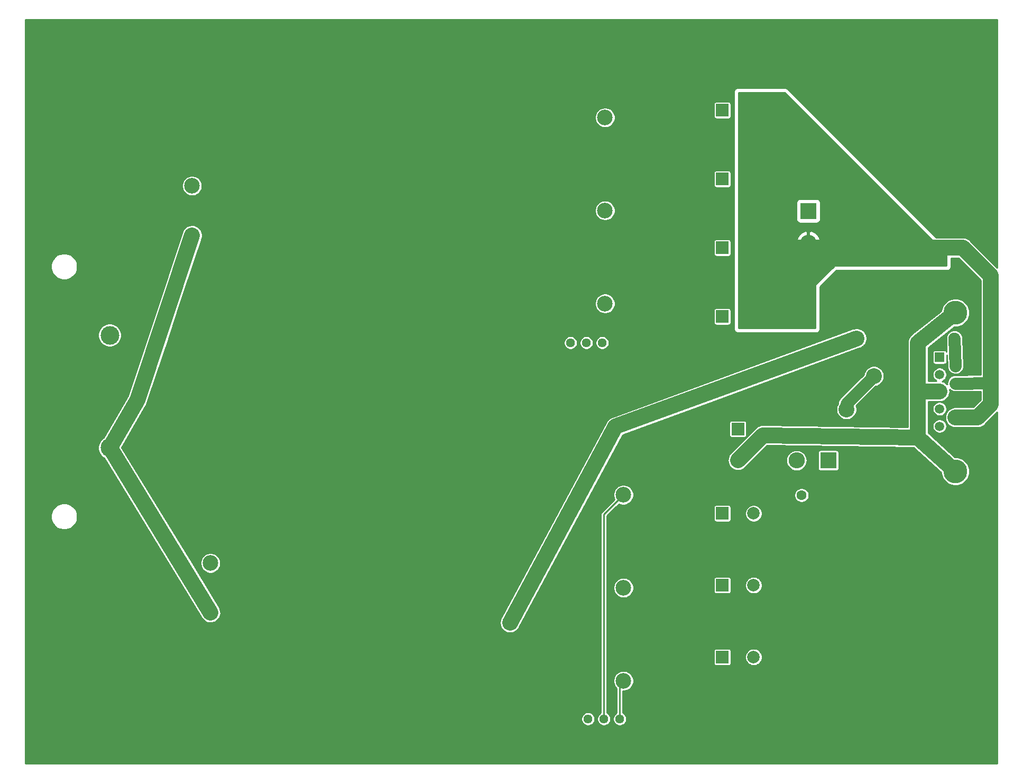
<source format=gbr>
G04 #@! TF.GenerationSoftware,KiCad,Pcbnew,(5.1.0)-1*
G04 #@! TF.CreationDate,2021-01-22T15:31:34-07:00*
G04 #@! TF.ProjectId,pwr supply rev 5,70777220-7375-4707-906c-792072657620,rev?*
G04 #@! TF.SameCoordinates,Original*
G04 #@! TF.FileFunction,Copper,L1,Top*
G04 #@! TF.FilePolarity,Positive*
%FSLAX46Y46*%
G04 Gerber Fmt 4.6, Leading zero omitted, Abs format (unit mm)*
G04 Created by KiCad (PCBNEW (5.1.0)-1) date 2021-01-22 15:31:34*
%MOMM*%
%LPD*%
G04 APERTURE LIST*
%ADD10R,2.600000X2.600000*%
%ADD11O,2.600000X2.600000*%
%ADD12C,1.440000*%
%ADD13C,1.520000*%
%ADD14R,1.520000X1.520000*%
%ADD15C,3.810000*%
%ADD16C,1.600000*%
%ADD17R,2.000000X2.000000*%
%ADD18C,2.000000*%
%ADD19C,3.000000*%
%ADD20C,2.500000*%
%ADD21C,1.905000*%
%ADD22C,2.540000*%
%ADD23C,0.600000*%
%ADD24C,2.540000*%
%ADD25C,0.254000*%
%ADD26C,1.905000*%
G04 APERTURE END LIST*
D10*
X134470000Y-71040000D03*
D11*
X129390000Y-71040000D03*
X131280000Y-36190000D03*
D10*
X131280000Y-31110000D03*
D12*
X101080000Y-112400000D03*
X98540000Y-112400000D03*
X96000000Y-112400000D03*
X98280000Y-52200000D03*
X95740000Y-52200000D03*
X93200000Y-52200000D03*
D13*
X154840000Y-64150000D03*
X154840000Y-61360000D03*
X154840000Y-58690000D03*
X154840000Y-55900000D03*
X152300000Y-65550000D03*
X152300000Y-62760000D03*
X152300000Y-59960000D03*
X152300000Y-57290000D03*
D14*
X152300000Y-54500000D03*
D15*
X154840000Y-47390000D03*
X154840000Y-72790000D03*
D16*
X130200000Y-76600000D03*
X132700000Y-76600000D03*
D17*
X117500000Y-102500000D03*
D18*
X122500000Y-102500000D03*
D17*
X117500000Y-48000000D03*
D18*
X122500000Y-48000000D03*
D17*
X117500000Y-91000000D03*
D18*
X122500000Y-91000000D03*
D17*
X117500000Y-37000000D03*
D18*
X122500000Y-37000000D03*
D17*
X117500000Y-79500000D03*
D18*
X122500000Y-79500000D03*
D17*
X117500000Y-26000000D03*
D18*
X122500000Y-26000000D03*
D17*
X120000000Y-66000000D03*
D18*
X120000000Y-71000000D03*
D17*
X117500000Y-15000000D03*
D18*
X122500000Y-15000000D03*
D19*
X19400000Y-60000000D03*
X19400000Y-51000000D03*
X19400000Y-69000000D03*
D20*
X101670000Y-76535000D03*
X101670000Y-91415000D03*
X35530000Y-87455000D03*
X35530000Y-95375000D03*
X101670000Y-106295000D03*
X98720000Y-45920000D03*
X32580000Y-35000000D03*
X32580000Y-27080000D03*
X98720000Y-31040000D03*
X98720000Y-16160000D03*
D21*
X154680000Y-51500000D03*
D22*
X83500000Y-97000000D03*
X139000000Y-51500000D03*
X137380000Y-62880000D03*
X141770000Y-57530000D03*
X157540000Y-53570000D03*
X158460000Y-68330000D03*
D23*
X153670000Y-118745000D03*
X140970000Y-118745000D03*
X128270000Y-118745000D03*
X115570000Y-118745000D03*
X102870000Y-118745000D03*
X90170000Y-118745000D03*
X77470000Y-118745000D03*
X64770000Y-118745000D03*
X52070000Y-118745000D03*
X39370000Y-118745000D03*
X26670000Y-118745000D03*
X13970000Y-118745000D03*
X6670000Y-118745000D03*
X153670000Y-1270000D03*
X140970000Y-1270000D03*
X128270000Y-1270000D03*
X115570000Y-1270000D03*
X102870000Y-1270000D03*
X90170000Y-1270000D03*
X77470000Y-1270000D03*
X64770000Y-1270000D03*
X52070000Y-1270000D03*
X39370000Y-1270000D03*
X26670000Y-1270000D03*
X13970000Y-1270000D03*
X6670000Y-1270000D03*
D24*
X124000000Y-67000000D02*
X148810000Y-67350000D01*
X148810000Y-67350000D02*
X148830000Y-59960000D01*
X154840000Y-72790000D02*
X148810000Y-67350000D01*
X152300000Y-59960000D02*
X148830000Y-59960000D01*
X148830000Y-52190000D02*
X148830000Y-59960000D01*
X154840000Y-47390000D02*
X148830000Y-52190000D01*
X124000000Y-67000000D02*
X120000000Y-71000000D01*
D25*
X101080000Y-106885000D02*
X101670000Y-106295000D01*
X101080000Y-112400000D02*
X101080000Y-106885000D01*
D24*
X160500000Y-58610000D02*
X160500000Y-62000000D01*
X160500000Y-41500000D02*
X160500000Y-58610000D01*
D26*
X154840000Y-58690000D02*
X160500000Y-58610000D01*
D24*
X122500000Y-37000000D02*
X156000000Y-37000000D01*
X158350000Y-64150000D02*
X154840000Y-64150000D01*
X160500000Y-62000000D02*
X158350000Y-64150000D01*
X156000000Y-37000000D02*
X160500000Y-41500000D01*
D26*
X122500000Y-26000000D02*
X122500000Y-15000000D01*
X122500000Y-37000000D02*
X122500000Y-26000000D01*
X122500000Y-48000000D02*
X122500000Y-37000000D01*
X154840000Y-55900000D02*
X154680000Y-51500000D01*
D24*
X83500000Y-97000000D02*
X100400000Y-65625000D01*
X100400000Y-65625000D02*
X139000000Y-51500000D01*
D26*
X141770000Y-57530000D02*
X137380000Y-61920000D01*
X137380000Y-61920000D02*
X137380000Y-62880000D01*
D25*
X140970000Y-118745000D02*
X153670000Y-118745000D01*
X128270000Y-118745000D02*
X140970000Y-118745000D01*
X115570000Y-118745000D02*
X128270000Y-118745000D01*
X102870000Y-118745000D02*
X115570000Y-118745000D01*
X90170000Y-118745000D02*
X102870000Y-118745000D01*
X77470000Y-118745000D02*
X90170000Y-118745000D01*
X64770000Y-118745000D02*
X77470000Y-118745000D01*
X52070000Y-118745000D02*
X64770000Y-118745000D01*
X39370000Y-118745000D02*
X52070000Y-118745000D01*
X26670000Y-118745000D02*
X39370000Y-118745000D01*
X13970000Y-118745000D02*
X26670000Y-118745000D01*
X140970000Y-1270000D02*
X153670000Y-1270000D01*
X128270000Y-1270000D02*
X140970000Y-1270000D01*
X115570000Y-1270000D02*
X128270000Y-1270000D01*
X102870000Y-1270000D02*
X115570000Y-1270000D01*
X90170000Y-1270000D02*
X102870000Y-1270000D01*
X77470000Y-1270000D02*
X90170000Y-1270000D01*
X64770000Y-1270000D02*
X77470000Y-1270000D01*
X52070000Y-1270000D02*
X64770000Y-1270000D01*
X39370000Y-1270000D02*
X52070000Y-1270000D01*
X26670000Y-1270000D02*
X39370000Y-1270000D01*
X13970000Y-1270000D02*
X26670000Y-1270000D01*
X9075000Y-111750000D02*
X9125000Y-118800000D01*
X9125000Y-118800000D02*
X6670000Y-118745000D01*
X13970000Y-118745000D02*
X9125000Y-118800000D01*
X6670000Y-1270000D02*
X13970000Y-1270000D01*
X7600000Y-43450000D02*
X6670000Y-1270000D01*
X19400000Y-60000000D02*
X7600000Y-43450000D01*
X9075000Y-111750000D02*
X7775000Y-73825000D01*
X7775000Y-73825000D02*
X19400000Y-60000000D01*
D24*
X23800000Y-61350000D02*
X32580000Y-35000000D01*
X35530000Y-95375000D02*
X19400000Y-69000000D01*
X19400000Y-69000000D02*
X23800000Y-61350000D01*
D25*
X98540000Y-79665000D02*
X101670000Y-76535000D01*
X98540000Y-112400000D02*
X98540000Y-79665000D01*
G36*
X161544000Y-40209133D02*
G01*
X157224787Y-35889921D01*
X157173082Y-35826918D01*
X156921684Y-35620602D01*
X156634867Y-35467295D01*
X156323653Y-35372889D01*
X156081104Y-35349000D01*
X156081101Y-35349000D01*
X156000000Y-35341012D01*
X155918899Y-35349000D01*
X151747026Y-35349000D01*
X127949013Y-11550987D01*
X127852787Y-11472017D01*
X127743004Y-11413336D01*
X127623882Y-11377201D01*
X127500000Y-11365000D01*
X120000000Y-11365000D01*
X119876118Y-11377201D01*
X119756996Y-11413336D01*
X119647213Y-11472017D01*
X119550987Y-11550987D01*
X119472017Y-11647213D01*
X119413336Y-11756996D01*
X119377201Y-11876118D01*
X119365000Y-12000000D01*
X119365000Y-50000000D01*
X119377201Y-50123882D01*
X119413336Y-50243004D01*
X119472017Y-50352787D01*
X119550987Y-50449013D01*
X119647213Y-50527983D01*
X119756996Y-50586664D01*
X119876118Y-50622799D01*
X120000000Y-50635000D01*
X132500000Y-50635000D01*
X132623882Y-50622799D01*
X132743004Y-50586664D01*
X132852787Y-50527983D01*
X132949013Y-50449013D01*
X133027983Y-50352787D01*
X133086664Y-50243004D01*
X133122799Y-50123882D01*
X133135000Y-50000000D01*
X133135000Y-43263026D01*
X135763026Y-40635000D01*
X153500000Y-40635000D01*
X153623882Y-40622799D01*
X153743004Y-40586664D01*
X153852787Y-40527983D01*
X153949013Y-40449013D01*
X154027983Y-40352787D01*
X154086664Y-40243004D01*
X154122799Y-40123882D01*
X154135000Y-40000000D01*
X154135000Y-38651000D01*
X155316134Y-38651000D01*
X158849000Y-42183867D01*
X158849001Y-57299703D01*
X154755653Y-57357559D01*
X154560041Y-57379621D01*
X154309779Y-57459417D01*
X154079892Y-57586504D01*
X153879215Y-57755997D01*
X153715462Y-57961384D01*
X153594923Y-58194771D01*
X153522232Y-58447188D01*
X153500182Y-58708937D01*
X153514696Y-58837625D01*
X153473082Y-58786918D01*
X153221684Y-58580602D01*
X152934867Y-58427295D01*
X152704564Y-58357433D01*
X152840466Y-58301141D01*
X153027345Y-58176273D01*
X153186273Y-58017345D01*
X153311141Y-57830466D01*
X153397152Y-57622817D01*
X153441000Y-57402379D01*
X153441000Y-57177621D01*
X153397152Y-56957183D01*
X153311141Y-56749534D01*
X153186273Y-56562655D01*
X153027345Y-56403727D01*
X152840466Y-56278859D01*
X152632817Y-56192848D01*
X152412379Y-56149000D01*
X152187621Y-56149000D01*
X151967183Y-56192848D01*
X151759534Y-56278859D01*
X151572655Y-56403727D01*
X151413727Y-56562655D01*
X151288859Y-56749534D01*
X151202848Y-56957183D01*
X151159000Y-57177621D01*
X151159000Y-57402379D01*
X151202848Y-57622817D01*
X151288859Y-57830466D01*
X151413727Y-58017345D01*
X151572655Y-58176273D01*
X151759534Y-58301141D01*
X151778507Y-58309000D01*
X150481000Y-58309000D01*
X150481000Y-53740000D01*
X151157157Y-53740000D01*
X151157157Y-55260000D01*
X151164513Y-55334689D01*
X151186299Y-55406508D01*
X151221678Y-55472696D01*
X151269289Y-55530711D01*
X151327304Y-55578322D01*
X151393492Y-55613701D01*
X151465311Y-55635487D01*
X151540000Y-55642843D01*
X153060000Y-55642843D01*
X153134689Y-55635487D01*
X153206508Y-55613701D01*
X153272696Y-55578322D01*
X153330711Y-55530711D01*
X153378322Y-55472696D01*
X153413701Y-55406508D01*
X153435487Y-55334689D01*
X153442843Y-55260000D01*
X153442843Y-54173650D01*
X153509762Y-56013923D01*
X153536163Y-56208996D01*
X153621498Y-56457424D01*
X153753660Y-56684432D01*
X153927569Y-56881294D01*
X154136542Y-57040445D01*
X154372549Y-57155770D01*
X154626519Y-57222836D01*
X154888693Y-57239066D01*
X155148997Y-57203837D01*
X155397425Y-57118502D01*
X155624432Y-56986340D01*
X155821294Y-56812431D01*
X155980445Y-56603458D01*
X156095770Y-56367451D01*
X156162836Y-56113481D01*
X156174999Y-55917005D01*
X156013500Y-51475782D01*
X156013500Y-51368662D01*
X155995919Y-51280279D01*
X155983837Y-51191003D01*
X155970353Y-51151748D01*
X155962254Y-51111032D01*
X155927770Y-51027781D01*
X155898502Y-50942575D01*
X155877619Y-50906705D01*
X155861732Y-50868351D01*
X155811665Y-50793420D01*
X155766340Y-50715568D01*
X155738865Y-50684467D01*
X155715797Y-50649943D01*
X155652068Y-50586214D01*
X155592431Y-50518706D01*
X155559417Y-50493563D01*
X155530057Y-50464203D01*
X155455121Y-50414132D01*
X155383458Y-50359555D01*
X155346170Y-50341334D01*
X155311649Y-50318268D01*
X155228390Y-50283781D01*
X155147451Y-50244230D01*
X155107324Y-50233634D01*
X155068968Y-50217746D01*
X154980583Y-50200165D01*
X154893481Y-50177164D01*
X154852058Y-50174600D01*
X154811338Y-50166500D01*
X154721218Y-50166500D01*
X154631307Y-50160934D01*
X154590180Y-50166500D01*
X154548662Y-50166500D01*
X154460279Y-50184081D01*
X154371003Y-50196163D01*
X154331748Y-50209647D01*
X154291032Y-50217746D01*
X154207781Y-50252230D01*
X154122575Y-50281498D01*
X154086705Y-50302381D01*
X154048351Y-50318268D01*
X153973420Y-50368335D01*
X153895568Y-50413660D01*
X153864467Y-50441135D01*
X153829943Y-50464203D01*
X153766214Y-50527932D01*
X153698706Y-50587569D01*
X153673563Y-50620583D01*
X153644203Y-50649943D01*
X153594132Y-50724879D01*
X153539555Y-50796542D01*
X153521334Y-50833830D01*
X153498268Y-50868351D01*
X153463781Y-50951610D01*
X153424230Y-51032549D01*
X153413634Y-51072676D01*
X153397746Y-51111032D01*
X153380165Y-51199417D01*
X153357164Y-51286519D01*
X153354600Y-51327942D01*
X153346500Y-51368662D01*
X153346500Y-51458781D01*
X153345001Y-51482995D01*
X153346500Y-51524218D01*
X153346500Y-51631338D01*
X153351267Y-51655302D01*
X153422842Y-53623626D01*
X153413701Y-53593492D01*
X153378322Y-53527304D01*
X153330711Y-53469289D01*
X153272696Y-53421678D01*
X153206508Y-53386299D01*
X153134689Y-53364513D01*
X153060000Y-53357157D01*
X151540000Y-53357157D01*
X151465311Y-53364513D01*
X151393492Y-53386299D01*
X151327304Y-53421678D01*
X151269289Y-53469289D01*
X151221678Y-53527304D01*
X151186299Y-53593492D01*
X151164513Y-53665311D01*
X151157157Y-53740000D01*
X150481000Y-53740000D01*
X150481000Y-52984336D01*
X154623314Y-49676000D01*
X155065151Y-49676000D01*
X155506802Y-49588150D01*
X155922827Y-49415827D01*
X156297240Y-49165652D01*
X156615652Y-48847240D01*
X156865827Y-48472827D01*
X157038150Y-48056802D01*
X157126000Y-47615151D01*
X157126000Y-47164849D01*
X157038150Y-46723198D01*
X156865827Y-46307173D01*
X156615652Y-45932760D01*
X156297240Y-45614348D01*
X155922827Y-45364173D01*
X155506802Y-45191850D01*
X155065151Y-45104000D01*
X154614849Y-45104000D01*
X154173198Y-45191850D01*
X153757173Y-45364173D01*
X153382760Y-45614348D01*
X153064348Y-45932760D01*
X152814173Y-46307173D01*
X152641850Y-46723198D01*
X152568669Y-47091102D01*
X147918084Y-50805381D01*
X147908316Y-50810602D01*
X147791059Y-50906832D01*
X147736304Y-50950563D01*
X147728433Y-50958228D01*
X147656918Y-51016918D01*
X147612191Y-51071418D01*
X147561690Y-51120594D01*
X147509283Y-51196813D01*
X147450602Y-51268317D01*
X147417371Y-51330488D01*
X147377430Y-51388577D01*
X147340901Y-51473554D01*
X147297295Y-51555134D01*
X147276830Y-51622600D01*
X147248991Y-51687359D01*
X147229742Y-51777826D01*
X147202889Y-51866348D01*
X147195979Y-51936506D01*
X147181308Y-52005457D01*
X147180078Y-52097947D01*
X147179000Y-52108897D01*
X147179000Y-52179071D01*
X147176985Y-52330646D01*
X147179000Y-52341531D01*
X147179001Y-59878886D01*
X147171012Y-59960000D01*
X147178781Y-60038879D01*
X147163526Y-65675609D01*
X124092720Y-65350145D01*
X123999999Y-65341012D01*
X123849745Y-65355811D01*
X123699331Y-65368486D01*
X123688038Y-65371739D01*
X123676347Y-65372890D01*
X123531886Y-65416712D01*
X123386817Y-65458493D01*
X123376379Y-65463884D01*
X123365132Y-65467296D01*
X123231925Y-65538496D01*
X123097866Y-65607739D01*
X123088686Y-65615059D01*
X123078315Y-65620602D01*
X122961567Y-65716415D01*
X122843582Y-65810488D01*
X122783474Y-65881659D01*
X118775218Y-69889916D01*
X118620602Y-70078317D01*
X118467296Y-70365133D01*
X118372890Y-70676348D01*
X118341012Y-71000000D01*
X118372890Y-71323652D01*
X118467296Y-71634867D01*
X118620602Y-71921683D01*
X118826919Y-72173081D01*
X119078317Y-72379398D01*
X119365133Y-72532704D01*
X119676348Y-72627110D01*
X120000000Y-72658988D01*
X120323652Y-72627110D01*
X120634867Y-72532704D01*
X120921683Y-72379398D01*
X121110084Y-72224782D01*
X122294866Y-71040000D01*
X127700867Y-71040000D01*
X127733323Y-71369534D01*
X127829445Y-71686403D01*
X127985537Y-71978432D01*
X128195603Y-72234397D01*
X128451568Y-72444463D01*
X128743597Y-72600555D01*
X129060466Y-72696677D01*
X129307424Y-72721000D01*
X129472576Y-72721000D01*
X129719534Y-72696677D01*
X130036403Y-72600555D01*
X130328432Y-72444463D01*
X130584397Y-72234397D01*
X130794463Y-71978432D01*
X130950555Y-71686403D01*
X131046677Y-71369534D01*
X131079133Y-71040000D01*
X131046677Y-70710466D01*
X130950555Y-70393597D01*
X130794463Y-70101568D01*
X130584397Y-69845603D01*
X130455720Y-69740000D01*
X132787157Y-69740000D01*
X132787157Y-72340000D01*
X132794513Y-72414689D01*
X132816299Y-72486508D01*
X132851678Y-72552696D01*
X132899289Y-72610711D01*
X132957304Y-72658322D01*
X133023492Y-72693701D01*
X133095311Y-72715487D01*
X133170000Y-72722843D01*
X135770000Y-72722843D01*
X135844689Y-72715487D01*
X135916508Y-72693701D01*
X135982696Y-72658322D01*
X136040711Y-72610711D01*
X136088322Y-72552696D01*
X136123701Y-72486508D01*
X136145487Y-72414689D01*
X136152843Y-72340000D01*
X136152843Y-69740000D01*
X136145487Y-69665311D01*
X136123701Y-69593492D01*
X136088322Y-69527304D01*
X136040711Y-69469289D01*
X135982696Y-69421678D01*
X135916508Y-69386299D01*
X135844689Y-69364513D01*
X135770000Y-69357157D01*
X133170000Y-69357157D01*
X133095311Y-69364513D01*
X133023492Y-69386299D01*
X132957304Y-69421678D01*
X132899289Y-69469289D01*
X132851678Y-69527304D01*
X132816299Y-69593492D01*
X132794513Y-69665311D01*
X132787157Y-69740000D01*
X130455720Y-69740000D01*
X130328432Y-69635537D01*
X130036403Y-69479445D01*
X129719534Y-69383323D01*
X129472576Y-69359000D01*
X129307424Y-69359000D01*
X129060466Y-69383323D01*
X128743597Y-69479445D01*
X128451568Y-69635537D01*
X128195603Y-69845603D01*
X127985537Y-70101568D01*
X127829445Y-70393597D01*
X127733323Y-70710466D01*
X127700867Y-71040000D01*
X122294866Y-71040000D01*
X124674192Y-68660675D01*
X148165427Y-68992070D01*
X152554000Y-72951248D01*
X152554000Y-73015151D01*
X152641850Y-73456802D01*
X152814173Y-73872827D01*
X153064348Y-74247240D01*
X153382760Y-74565652D01*
X153757173Y-74815827D01*
X154173198Y-74988150D01*
X154614849Y-75076000D01*
X155065151Y-75076000D01*
X155506802Y-74988150D01*
X155922827Y-74815827D01*
X156297240Y-74565652D01*
X156615652Y-74247240D01*
X156865827Y-73872827D01*
X157038150Y-73456802D01*
X157126000Y-73015151D01*
X157126000Y-72564849D01*
X157038150Y-72123198D01*
X156865827Y-71707173D01*
X156615652Y-71332760D01*
X156297240Y-71014348D01*
X155922827Y-70764173D01*
X155506802Y-70591850D01*
X155065151Y-70504000D01*
X154770805Y-70504000D01*
X150462988Y-66617677D01*
X150466181Y-65437621D01*
X151159000Y-65437621D01*
X151159000Y-65662379D01*
X151202848Y-65882817D01*
X151288859Y-66090466D01*
X151413727Y-66277345D01*
X151572655Y-66436273D01*
X151759534Y-66561141D01*
X151967183Y-66647152D01*
X152187621Y-66691000D01*
X152412379Y-66691000D01*
X152632817Y-66647152D01*
X152840466Y-66561141D01*
X153027345Y-66436273D01*
X153186273Y-66277345D01*
X153311141Y-66090466D01*
X153397152Y-65882817D01*
X153441000Y-65662379D01*
X153441000Y-65437621D01*
X153397152Y-65217183D01*
X153311141Y-65009534D01*
X153186273Y-64822655D01*
X153027345Y-64663727D01*
X152840466Y-64538859D01*
X152632817Y-64452848D01*
X152412379Y-64409000D01*
X152187621Y-64409000D01*
X151967183Y-64452848D01*
X151759534Y-64538859D01*
X151572655Y-64663727D01*
X151413727Y-64822655D01*
X151288859Y-65009534D01*
X151202848Y-65217183D01*
X151159000Y-65437621D01*
X150466181Y-65437621D01*
X150473731Y-62647621D01*
X151159000Y-62647621D01*
X151159000Y-62872379D01*
X151202848Y-63092817D01*
X151288859Y-63300466D01*
X151413727Y-63487345D01*
X151572655Y-63646273D01*
X151759534Y-63771141D01*
X151967183Y-63857152D01*
X152187621Y-63901000D01*
X152412379Y-63901000D01*
X152632817Y-63857152D01*
X152840466Y-63771141D01*
X153027345Y-63646273D01*
X153186273Y-63487345D01*
X153311141Y-63300466D01*
X153397152Y-63092817D01*
X153441000Y-62872379D01*
X153441000Y-62647621D01*
X153397152Y-62427183D01*
X153311141Y-62219534D01*
X153186273Y-62032655D01*
X153027345Y-61873727D01*
X152840466Y-61748859D01*
X152632817Y-61662848D01*
X152412379Y-61619000D01*
X152187621Y-61619000D01*
X151967183Y-61662848D01*
X151759534Y-61748859D01*
X151572655Y-61873727D01*
X151413727Y-62032655D01*
X151288859Y-62219534D01*
X151202848Y-62427183D01*
X151159000Y-62647621D01*
X150473731Y-62647621D01*
X150476537Y-61611000D01*
X152381104Y-61611000D01*
X152623653Y-61587111D01*
X152934867Y-61492705D01*
X153221684Y-61339398D01*
X153473082Y-61133082D01*
X153679398Y-60881684D01*
X153832705Y-60594867D01*
X153927111Y-60283653D01*
X153958988Y-59960000D01*
X153930453Y-59670284D01*
X154111384Y-59814538D01*
X154344771Y-59935077D01*
X154597188Y-60007768D01*
X154793345Y-60024292D01*
X158849000Y-59966969D01*
X158849001Y-61316132D01*
X157666134Y-62499000D01*
X154758896Y-62499000D01*
X154516347Y-62522889D01*
X154205133Y-62617295D01*
X153918316Y-62770602D01*
X153666918Y-62976918D01*
X153460602Y-63228316D01*
X153307295Y-63515133D01*
X153212889Y-63826347D01*
X153181012Y-64150000D01*
X153212889Y-64473653D01*
X153307295Y-64784867D01*
X153460602Y-65071684D01*
X153666918Y-65323082D01*
X153918316Y-65529398D01*
X154205133Y-65682705D01*
X154516347Y-65777111D01*
X154758896Y-65801000D01*
X158268899Y-65801000D01*
X158350000Y-65808988D01*
X158431101Y-65801000D01*
X158431104Y-65801000D01*
X158673653Y-65777111D01*
X158984867Y-65682705D01*
X159271684Y-65529398D01*
X159523082Y-65323082D01*
X159574787Y-65260079D01*
X161544001Y-63290866D01*
X161544001Y-119544000D01*
X5856000Y-119544000D01*
X5856000Y-112291561D01*
X94899000Y-112291561D01*
X94899000Y-112508439D01*
X94941311Y-112721150D01*
X95024307Y-112921519D01*
X95144798Y-113101846D01*
X95298154Y-113255202D01*
X95478481Y-113375693D01*
X95678850Y-113458689D01*
X95891561Y-113501000D01*
X96108439Y-113501000D01*
X96321150Y-113458689D01*
X96521519Y-113375693D01*
X96701846Y-113255202D01*
X96855202Y-113101846D01*
X96975693Y-112921519D01*
X97058689Y-112721150D01*
X97101000Y-112508439D01*
X97101000Y-112291561D01*
X97439000Y-112291561D01*
X97439000Y-112508439D01*
X97481311Y-112721150D01*
X97564307Y-112921519D01*
X97684798Y-113101846D01*
X97838154Y-113255202D01*
X98018481Y-113375693D01*
X98218850Y-113458689D01*
X98431561Y-113501000D01*
X98648439Y-113501000D01*
X98861150Y-113458689D01*
X99061519Y-113375693D01*
X99241846Y-113255202D01*
X99395202Y-113101846D01*
X99515693Y-112921519D01*
X99598689Y-112721150D01*
X99641000Y-112508439D01*
X99641000Y-112291561D01*
X99979000Y-112291561D01*
X99979000Y-112508439D01*
X100021311Y-112721150D01*
X100104307Y-112921519D01*
X100224798Y-113101846D01*
X100378154Y-113255202D01*
X100558481Y-113375693D01*
X100758850Y-113458689D01*
X100971561Y-113501000D01*
X101188439Y-113501000D01*
X101401150Y-113458689D01*
X101601519Y-113375693D01*
X101781846Y-113255202D01*
X101935202Y-113101846D01*
X102055693Y-112921519D01*
X102138689Y-112721150D01*
X102181000Y-112508439D01*
X102181000Y-112291561D01*
X102138689Y-112078850D01*
X102055693Y-111878481D01*
X101935202Y-111698154D01*
X101781846Y-111544798D01*
X101601519Y-111424307D01*
X101588000Y-111418707D01*
X101588000Y-107926000D01*
X101830640Y-107926000D01*
X102145745Y-107863322D01*
X102442568Y-107740374D01*
X102709702Y-107561881D01*
X102936881Y-107334702D01*
X103115374Y-107067568D01*
X103238322Y-106770745D01*
X103301000Y-106455640D01*
X103301000Y-106134360D01*
X103238322Y-105819255D01*
X103115374Y-105522432D01*
X102936881Y-105255298D01*
X102709702Y-105028119D01*
X102442568Y-104849626D01*
X102145745Y-104726678D01*
X101830640Y-104664000D01*
X101509360Y-104664000D01*
X101194255Y-104726678D01*
X100897432Y-104849626D01*
X100630298Y-105028119D01*
X100403119Y-105255298D01*
X100224626Y-105522432D01*
X100101678Y-105819255D01*
X100039000Y-106134360D01*
X100039000Y-106455640D01*
X100101678Y-106770745D01*
X100224626Y-107067568D01*
X100403119Y-107334702D01*
X100572001Y-107503584D01*
X100572000Y-111418707D01*
X100558481Y-111424307D01*
X100378154Y-111544798D01*
X100224798Y-111698154D01*
X100104307Y-111878481D01*
X100021311Y-112078850D01*
X99979000Y-112291561D01*
X99641000Y-112291561D01*
X99598689Y-112078850D01*
X99515693Y-111878481D01*
X99395202Y-111698154D01*
X99241846Y-111544798D01*
X99061519Y-111424307D01*
X99048000Y-111418707D01*
X99048000Y-101500000D01*
X116117157Y-101500000D01*
X116117157Y-103500000D01*
X116124513Y-103574689D01*
X116146299Y-103646508D01*
X116181678Y-103712696D01*
X116229289Y-103770711D01*
X116287304Y-103818322D01*
X116353492Y-103853701D01*
X116425311Y-103875487D01*
X116500000Y-103882843D01*
X118500000Y-103882843D01*
X118574689Y-103875487D01*
X118646508Y-103853701D01*
X118712696Y-103818322D01*
X118770711Y-103770711D01*
X118818322Y-103712696D01*
X118853701Y-103646508D01*
X118875487Y-103574689D01*
X118882843Y-103500000D01*
X118882843Y-102363983D01*
X121119000Y-102363983D01*
X121119000Y-102636017D01*
X121172071Y-102902823D01*
X121276174Y-103154149D01*
X121427307Y-103380336D01*
X121619664Y-103572693D01*
X121845851Y-103723826D01*
X122097177Y-103827929D01*
X122363983Y-103881000D01*
X122636017Y-103881000D01*
X122902823Y-103827929D01*
X123154149Y-103723826D01*
X123380336Y-103572693D01*
X123572693Y-103380336D01*
X123723826Y-103154149D01*
X123827929Y-102902823D01*
X123881000Y-102636017D01*
X123881000Y-102363983D01*
X123827929Y-102097177D01*
X123723826Y-101845851D01*
X123572693Y-101619664D01*
X123380336Y-101427307D01*
X123154149Y-101276174D01*
X122902823Y-101172071D01*
X122636017Y-101119000D01*
X122363983Y-101119000D01*
X122097177Y-101172071D01*
X121845851Y-101276174D01*
X121619664Y-101427307D01*
X121427307Y-101619664D01*
X121276174Y-101845851D01*
X121172071Y-102097177D01*
X121119000Y-102363983D01*
X118882843Y-102363983D01*
X118882843Y-101500000D01*
X118875487Y-101425311D01*
X118853701Y-101353492D01*
X118818322Y-101287304D01*
X118770711Y-101229289D01*
X118712696Y-101181678D01*
X118646508Y-101146299D01*
X118574689Y-101124513D01*
X118500000Y-101117157D01*
X116500000Y-101117157D01*
X116425311Y-101124513D01*
X116353492Y-101146299D01*
X116287304Y-101181678D01*
X116229289Y-101229289D01*
X116181678Y-101287304D01*
X116146299Y-101353492D01*
X116124513Y-101425311D01*
X116117157Y-101500000D01*
X99048000Y-101500000D01*
X99048000Y-91254360D01*
X100039000Y-91254360D01*
X100039000Y-91575640D01*
X100101678Y-91890745D01*
X100224626Y-92187568D01*
X100403119Y-92454702D01*
X100630298Y-92681881D01*
X100897432Y-92860374D01*
X101194255Y-92983322D01*
X101509360Y-93046000D01*
X101830640Y-93046000D01*
X102145745Y-92983322D01*
X102442568Y-92860374D01*
X102709702Y-92681881D01*
X102936881Y-92454702D01*
X103115374Y-92187568D01*
X103238322Y-91890745D01*
X103301000Y-91575640D01*
X103301000Y-91254360D01*
X103238322Y-90939255D01*
X103115374Y-90642432D01*
X102936881Y-90375298D01*
X102709702Y-90148119D01*
X102488026Y-90000000D01*
X116117157Y-90000000D01*
X116117157Y-92000000D01*
X116124513Y-92074689D01*
X116146299Y-92146508D01*
X116181678Y-92212696D01*
X116229289Y-92270711D01*
X116287304Y-92318322D01*
X116353492Y-92353701D01*
X116425311Y-92375487D01*
X116500000Y-92382843D01*
X118500000Y-92382843D01*
X118574689Y-92375487D01*
X118646508Y-92353701D01*
X118712696Y-92318322D01*
X118770711Y-92270711D01*
X118818322Y-92212696D01*
X118853701Y-92146508D01*
X118875487Y-92074689D01*
X118882843Y-92000000D01*
X118882843Y-90863983D01*
X121119000Y-90863983D01*
X121119000Y-91136017D01*
X121172071Y-91402823D01*
X121276174Y-91654149D01*
X121427307Y-91880336D01*
X121619664Y-92072693D01*
X121845851Y-92223826D01*
X122097177Y-92327929D01*
X122363983Y-92381000D01*
X122636017Y-92381000D01*
X122902823Y-92327929D01*
X123154149Y-92223826D01*
X123380336Y-92072693D01*
X123572693Y-91880336D01*
X123723826Y-91654149D01*
X123827929Y-91402823D01*
X123881000Y-91136017D01*
X123881000Y-90863983D01*
X123827929Y-90597177D01*
X123723826Y-90345851D01*
X123572693Y-90119664D01*
X123380336Y-89927307D01*
X123154149Y-89776174D01*
X122902823Y-89672071D01*
X122636017Y-89619000D01*
X122363983Y-89619000D01*
X122097177Y-89672071D01*
X121845851Y-89776174D01*
X121619664Y-89927307D01*
X121427307Y-90119664D01*
X121276174Y-90345851D01*
X121172071Y-90597177D01*
X121119000Y-90863983D01*
X118882843Y-90863983D01*
X118882843Y-90000000D01*
X118875487Y-89925311D01*
X118853701Y-89853492D01*
X118818322Y-89787304D01*
X118770711Y-89729289D01*
X118712696Y-89681678D01*
X118646508Y-89646299D01*
X118574689Y-89624513D01*
X118500000Y-89617157D01*
X116500000Y-89617157D01*
X116425311Y-89624513D01*
X116353492Y-89646299D01*
X116287304Y-89681678D01*
X116229289Y-89729289D01*
X116181678Y-89787304D01*
X116146299Y-89853492D01*
X116124513Y-89925311D01*
X116117157Y-90000000D01*
X102488026Y-90000000D01*
X102442568Y-89969626D01*
X102145745Y-89846678D01*
X101830640Y-89784000D01*
X101509360Y-89784000D01*
X101194255Y-89846678D01*
X100897432Y-89969626D01*
X100630298Y-90148119D01*
X100403119Y-90375298D01*
X100224626Y-90642432D01*
X100101678Y-90939255D01*
X100039000Y-91254360D01*
X99048000Y-91254360D01*
X99048000Y-79875420D01*
X100423420Y-78500000D01*
X116117157Y-78500000D01*
X116117157Y-80500000D01*
X116124513Y-80574689D01*
X116146299Y-80646508D01*
X116181678Y-80712696D01*
X116229289Y-80770711D01*
X116287304Y-80818322D01*
X116353492Y-80853701D01*
X116425311Y-80875487D01*
X116500000Y-80882843D01*
X118500000Y-80882843D01*
X118574689Y-80875487D01*
X118646508Y-80853701D01*
X118712696Y-80818322D01*
X118770711Y-80770711D01*
X118818322Y-80712696D01*
X118853701Y-80646508D01*
X118875487Y-80574689D01*
X118882843Y-80500000D01*
X118882843Y-79363983D01*
X121119000Y-79363983D01*
X121119000Y-79636017D01*
X121172071Y-79902823D01*
X121276174Y-80154149D01*
X121427307Y-80380336D01*
X121619664Y-80572693D01*
X121845851Y-80723826D01*
X122097177Y-80827929D01*
X122363983Y-80881000D01*
X122636017Y-80881000D01*
X122902823Y-80827929D01*
X123154149Y-80723826D01*
X123380336Y-80572693D01*
X123572693Y-80380336D01*
X123723826Y-80154149D01*
X123827929Y-79902823D01*
X123881000Y-79636017D01*
X123881000Y-79363983D01*
X123827929Y-79097177D01*
X123723826Y-78845851D01*
X123572693Y-78619664D01*
X123380336Y-78427307D01*
X123154149Y-78276174D01*
X122902823Y-78172071D01*
X122636017Y-78119000D01*
X122363983Y-78119000D01*
X122097177Y-78172071D01*
X121845851Y-78276174D01*
X121619664Y-78427307D01*
X121427307Y-78619664D01*
X121276174Y-78845851D01*
X121172071Y-79097177D01*
X121119000Y-79363983D01*
X118882843Y-79363983D01*
X118882843Y-78500000D01*
X118875487Y-78425311D01*
X118853701Y-78353492D01*
X118818322Y-78287304D01*
X118770711Y-78229289D01*
X118712696Y-78181678D01*
X118646508Y-78146299D01*
X118574689Y-78124513D01*
X118500000Y-78117157D01*
X116500000Y-78117157D01*
X116425311Y-78124513D01*
X116353492Y-78146299D01*
X116287304Y-78181678D01*
X116229289Y-78229289D01*
X116181678Y-78287304D01*
X116146299Y-78353492D01*
X116124513Y-78425311D01*
X116117157Y-78500000D01*
X100423420Y-78500000D01*
X100929686Y-77993734D01*
X101194255Y-78103322D01*
X101509360Y-78166000D01*
X101830640Y-78166000D01*
X102145745Y-78103322D01*
X102442568Y-77980374D01*
X102709702Y-77801881D01*
X102936881Y-77574702D01*
X103115374Y-77307568D01*
X103238322Y-77010745D01*
X103301000Y-76695640D01*
X103301000Y-76483682D01*
X129019000Y-76483682D01*
X129019000Y-76716318D01*
X129064386Y-76944485D01*
X129153412Y-77159413D01*
X129282658Y-77352843D01*
X129447157Y-77517342D01*
X129640587Y-77646588D01*
X129855515Y-77735614D01*
X130083682Y-77781000D01*
X130316318Y-77781000D01*
X130544485Y-77735614D01*
X130759413Y-77646588D01*
X130952843Y-77517342D01*
X131117342Y-77352843D01*
X131246588Y-77159413D01*
X131335614Y-76944485D01*
X131381000Y-76716318D01*
X131381000Y-76483682D01*
X131335614Y-76255515D01*
X131246588Y-76040587D01*
X131117342Y-75847157D01*
X130952843Y-75682658D01*
X130759413Y-75553412D01*
X130544485Y-75464386D01*
X130316318Y-75419000D01*
X130083682Y-75419000D01*
X129855515Y-75464386D01*
X129640587Y-75553412D01*
X129447157Y-75682658D01*
X129282658Y-75847157D01*
X129153412Y-76040587D01*
X129064386Y-76255515D01*
X129019000Y-76483682D01*
X103301000Y-76483682D01*
X103301000Y-76374360D01*
X103238322Y-76059255D01*
X103115374Y-75762432D01*
X102936881Y-75495298D01*
X102709702Y-75268119D01*
X102442568Y-75089626D01*
X102145745Y-74966678D01*
X101830640Y-74904000D01*
X101509360Y-74904000D01*
X101194255Y-74966678D01*
X100897432Y-75089626D01*
X100630298Y-75268119D01*
X100403119Y-75495298D01*
X100224626Y-75762432D01*
X100101678Y-76059255D01*
X100039000Y-76374360D01*
X100039000Y-76695640D01*
X100101678Y-77010745D01*
X100211266Y-77275314D01*
X98198430Y-79288150D01*
X98179053Y-79304052D01*
X98163151Y-79323429D01*
X98163150Y-79323430D01*
X98115571Y-79381405D01*
X98068400Y-79469657D01*
X98039352Y-79565416D01*
X98029543Y-79665000D01*
X98032001Y-79689954D01*
X98032000Y-111418707D01*
X98018481Y-111424307D01*
X97838154Y-111544798D01*
X97684798Y-111698154D01*
X97564307Y-111878481D01*
X97481311Y-112078850D01*
X97439000Y-112291561D01*
X97101000Y-112291561D01*
X97058689Y-112078850D01*
X96975693Y-111878481D01*
X96855202Y-111698154D01*
X96701846Y-111544798D01*
X96521519Y-111424307D01*
X96321150Y-111341311D01*
X96108439Y-111299000D01*
X95891561Y-111299000D01*
X95678850Y-111341311D01*
X95478481Y-111424307D01*
X95298154Y-111544798D01*
X95144798Y-111698154D01*
X95024307Y-111878481D01*
X94941311Y-112078850D01*
X94899000Y-112291561D01*
X5856000Y-112291561D01*
X5856000Y-97157308D01*
X81848488Y-97157308D01*
X81849000Y-97159926D01*
X81849000Y-97162609D01*
X81880276Y-97319843D01*
X81910910Y-97476480D01*
X81911924Y-97478951D01*
X81912447Y-97481579D01*
X81973788Y-97629669D01*
X82034401Y-97777340D01*
X82035876Y-97779563D01*
X82036903Y-97782042D01*
X82126004Y-97915390D01*
X82214214Y-98048328D01*
X82216095Y-98050221D01*
X82217585Y-98052451D01*
X82330921Y-98165787D01*
X82443438Y-98279029D01*
X82445654Y-98280520D01*
X82447549Y-98282415D01*
X82580825Y-98371467D01*
X82713266Y-98460578D01*
X82715728Y-98461607D01*
X82717958Y-98463097D01*
X82866130Y-98524472D01*
X83013329Y-98585998D01*
X83015943Y-98586527D01*
X83018421Y-98587553D01*
X83175721Y-98618842D01*
X83332092Y-98650468D01*
X83334760Y-98650477D01*
X83337391Y-98651000D01*
X83497815Y-98651000D01*
X83657308Y-98651512D01*
X83659926Y-98651000D01*
X83662609Y-98651000D01*
X83819843Y-98619724D01*
X83976480Y-98589090D01*
X83978951Y-98588076D01*
X83981579Y-98587553D01*
X84129669Y-98526212D01*
X84277340Y-98465599D01*
X84279563Y-98464124D01*
X84282042Y-98463097D01*
X84415390Y-98373996D01*
X84548328Y-98285786D01*
X84550221Y-98283905D01*
X84552451Y-98282415D01*
X84665787Y-98169079D01*
X84779029Y-98056562D01*
X84780520Y-98054346D01*
X84782415Y-98052451D01*
X84871445Y-97919209D01*
X84915084Y-97854350D01*
X84916339Y-97852020D01*
X84963097Y-97782042D01*
X84993272Y-97709194D01*
X101556196Y-66959978D01*
X106912313Y-65000000D01*
X118617157Y-65000000D01*
X118617157Y-67000000D01*
X118624513Y-67074689D01*
X118646299Y-67146508D01*
X118681678Y-67212696D01*
X118729289Y-67270711D01*
X118787304Y-67318322D01*
X118853492Y-67353701D01*
X118925311Y-67375487D01*
X119000000Y-67382843D01*
X121000000Y-67382843D01*
X121074689Y-67375487D01*
X121146508Y-67353701D01*
X121212696Y-67318322D01*
X121270711Y-67270711D01*
X121318322Y-67212696D01*
X121353701Y-67146508D01*
X121375487Y-67074689D01*
X121382843Y-67000000D01*
X121382843Y-65000000D01*
X121375487Y-64925311D01*
X121353701Y-64853492D01*
X121318322Y-64787304D01*
X121270711Y-64729289D01*
X121212696Y-64681678D01*
X121146508Y-64646299D01*
X121074689Y-64624513D01*
X121000000Y-64617157D01*
X119000000Y-64617157D01*
X118925311Y-64624513D01*
X118853492Y-64646299D01*
X118787304Y-64681678D01*
X118729289Y-64729289D01*
X118681678Y-64787304D01*
X118646299Y-64853492D01*
X118624513Y-64925311D01*
X118617157Y-65000000D01*
X106912313Y-65000000D01*
X113150098Y-62717391D01*
X135729000Y-62717391D01*
X135729000Y-63042609D01*
X135792447Y-63361579D01*
X135916903Y-63662042D01*
X136097585Y-63932451D01*
X136327549Y-64162415D01*
X136597958Y-64343097D01*
X136898421Y-64467553D01*
X137217391Y-64531000D01*
X137542609Y-64531000D01*
X137861579Y-64467553D01*
X138162042Y-64343097D01*
X138432451Y-64162415D01*
X138662415Y-63932451D01*
X138843097Y-63662042D01*
X138967553Y-63361579D01*
X139031000Y-63042609D01*
X139031000Y-62717391D01*
X138967553Y-62398421D01*
X138914797Y-62271056D01*
X142022792Y-59163061D01*
X142251579Y-59117553D01*
X142552042Y-58993097D01*
X142822451Y-58812415D01*
X143052415Y-58582451D01*
X143233097Y-58312042D01*
X143357553Y-58011579D01*
X143421000Y-57692609D01*
X143421000Y-57367391D01*
X143357553Y-57048421D01*
X143233097Y-56747958D01*
X143052415Y-56477549D01*
X142822451Y-56247585D01*
X142552042Y-56066903D01*
X142251579Y-55942447D01*
X141932609Y-55879000D01*
X141607391Y-55879000D01*
X141288421Y-55942447D01*
X140987958Y-56066903D01*
X140717549Y-56247585D01*
X140487585Y-56477549D01*
X140306903Y-56747958D01*
X140182447Y-57048421D01*
X140136939Y-57277208D01*
X136483397Y-60930750D01*
X136432511Y-60972511D01*
X136390752Y-61023395D01*
X136265871Y-61175563D01*
X136237309Y-61229000D01*
X136142046Y-61407224D01*
X136065795Y-61658589D01*
X136046500Y-61854493D01*
X136046500Y-61854503D01*
X136040782Y-61912561D01*
X135916903Y-62097958D01*
X135792447Y-62398421D01*
X135729000Y-62717391D01*
X113150098Y-62717391D01*
X139447394Y-53094353D01*
X139481579Y-53087553D01*
X139599837Y-53038569D01*
X139643525Y-53022582D01*
X139674738Y-53007544D01*
X139782042Y-52963097D01*
X139820946Y-52937102D01*
X139863093Y-52916796D01*
X139955877Y-52846944D01*
X140052451Y-52782415D01*
X140085534Y-52749332D01*
X140122912Y-52721192D01*
X140200288Y-52634578D01*
X140282415Y-52552451D01*
X140308409Y-52513548D01*
X140339578Y-52478658D01*
X140398567Y-52378618D01*
X140463097Y-52282042D01*
X140481003Y-52238814D01*
X140504765Y-52198515D01*
X140543100Y-52088898D01*
X140587553Y-51981579D01*
X140596683Y-51935680D01*
X140612124Y-51891527D01*
X140628336Y-51776548D01*
X140651000Y-51662609D01*
X140651000Y-51615813D01*
X140657531Y-51569494D01*
X140651000Y-51453555D01*
X140651000Y-51337391D01*
X140641871Y-51291496D01*
X140639240Y-51244791D01*
X140610216Y-51132353D01*
X140587553Y-51018421D01*
X140569645Y-50975187D01*
X140557953Y-50929894D01*
X140507552Y-50825283D01*
X140463097Y-50717958D01*
X140437098Y-50679048D01*
X140416795Y-50636907D01*
X140346952Y-50544135D01*
X140282415Y-50447549D01*
X140249328Y-50414462D01*
X140221191Y-50377088D01*
X140134589Y-50299723D01*
X140052451Y-50217585D01*
X140013541Y-50191586D01*
X139978656Y-50160422D01*
X139878633Y-50101443D01*
X139782042Y-50036903D01*
X139738807Y-50018994D01*
X139698513Y-49995235D01*
X139588907Y-49956904D01*
X139481579Y-49912447D01*
X139435678Y-49903317D01*
X139391526Y-49887876D01*
X139276550Y-49871664D01*
X139162609Y-49849000D01*
X139115812Y-49849000D01*
X139069493Y-49842469D01*
X138953554Y-49849000D01*
X138837391Y-49849000D01*
X138791497Y-49858129D01*
X138744790Y-49860760D01*
X138632347Y-49889786D01*
X138518421Y-49912447D01*
X138400147Y-49961438D01*
X99955112Y-64029731D01*
X99923519Y-64035910D01*
X99802643Y-64085525D01*
X99756475Y-64102419D01*
X99727657Y-64116303D01*
X99622658Y-64159401D01*
X99581450Y-64186745D01*
X99536907Y-64208205D01*
X99446246Y-64276459D01*
X99351671Y-64339214D01*
X99316592Y-64374069D01*
X99277088Y-64403809D01*
X99201484Y-64488440D01*
X99120970Y-64568438D01*
X99093363Y-64609470D01*
X99060422Y-64646343D01*
X99002783Y-64744094D01*
X98984915Y-64770650D01*
X98961589Y-64813954D01*
X98895234Y-64926487D01*
X98884609Y-64956870D01*
X82083663Y-96147977D01*
X82036903Y-96217958D01*
X81975522Y-96366145D01*
X81914002Y-96513329D01*
X81913473Y-96515943D01*
X81912447Y-96518421D01*
X81881158Y-96675721D01*
X81849532Y-96832092D01*
X81849523Y-96834760D01*
X81849000Y-96837391D01*
X81849000Y-96997815D01*
X81848488Y-97157308D01*
X5856000Y-97157308D01*
X5856000Y-79790115D01*
X9969000Y-79790115D01*
X9969000Y-80209885D01*
X10050893Y-80621590D01*
X10211532Y-81009407D01*
X10444744Y-81358433D01*
X10741567Y-81655256D01*
X11090593Y-81888468D01*
X11478410Y-82049107D01*
X11890115Y-82131000D01*
X12309885Y-82131000D01*
X12721590Y-82049107D01*
X13109407Y-81888468D01*
X13458433Y-81655256D01*
X13755256Y-81358433D01*
X13988468Y-81009407D01*
X14149107Y-80621590D01*
X14231000Y-80209885D01*
X14231000Y-79790115D01*
X14149107Y-79378410D01*
X13988468Y-78990593D01*
X13755256Y-78641567D01*
X13458433Y-78344744D01*
X13109407Y-78111532D01*
X12721590Y-77950893D01*
X12309885Y-77869000D01*
X11890115Y-77869000D01*
X11478410Y-77950893D01*
X11090593Y-78111532D01*
X10741567Y-78344744D01*
X10444744Y-78641567D01*
X10211532Y-78990593D01*
X10050893Y-79378410D01*
X9969000Y-79790115D01*
X5856000Y-79790115D01*
X5856000Y-68814738D01*
X17519000Y-68814738D01*
X17519000Y-69185262D01*
X17591286Y-69548667D01*
X17733080Y-69890987D01*
X17938932Y-70199067D01*
X18200933Y-70461068D01*
X18466982Y-70638836D01*
X34163830Y-96305569D01*
X34310755Y-96500026D01*
X34553664Y-96716271D01*
X34834093Y-96880973D01*
X35141265Y-96987801D01*
X35463377Y-97032649D01*
X35788048Y-97013796D01*
X36102803Y-96931964D01*
X36395546Y-96790299D01*
X36655026Y-96594244D01*
X36871271Y-96351336D01*
X37035972Y-96070906D01*
X37142801Y-95763734D01*
X37187649Y-95441622D01*
X37168795Y-95116951D01*
X37086964Y-94802197D01*
X36980799Y-94582812D01*
X32523444Y-87294360D01*
X33899000Y-87294360D01*
X33899000Y-87615640D01*
X33961678Y-87930745D01*
X34084626Y-88227568D01*
X34263119Y-88494702D01*
X34490298Y-88721881D01*
X34757432Y-88900374D01*
X35054255Y-89023322D01*
X35369360Y-89086000D01*
X35690640Y-89086000D01*
X36005745Y-89023322D01*
X36302568Y-88900374D01*
X36569702Y-88721881D01*
X36796881Y-88494702D01*
X36975374Y-88227568D01*
X37098322Y-87930745D01*
X37161000Y-87615640D01*
X37161000Y-87294360D01*
X37098322Y-86979255D01*
X36975374Y-86682432D01*
X36796881Y-86415298D01*
X36569702Y-86188119D01*
X36302568Y-86009626D01*
X36005745Y-85886678D01*
X35690640Y-85824000D01*
X35369360Y-85824000D01*
X35054255Y-85886678D01*
X34757432Y-86009626D01*
X34490298Y-86188119D01*
X34263119Y-86415298D01*
X34084626Y-86682432D01*
X33961678Y-86979255D01*
X33899000Y-87294360D01*
X32523444Y-87294360D01*
X21319469Y-68974161D01*
X25192366Y-62240602D01*
X25241358Y-62171417D01*
X25306215Y-62026109D01*
X25371819Y-61880685D01*
X25390938Y-61798075D01*
X28625215Y-52091561D01*
X92099000Y-52091561D01*
X92099000Y-52308439D01*
X92141311Y-52521150D01*
X92224307Y-52721519D01*
X92344798Y-52901846D01*
X92498154Y-53055202D01*
X92678481Y-53175693D01*
X92878850Y-53258689D01*
X93091561Y-53301000D01*
X93308439Y-53301000D01*
X93521150Y-53258689D01*
X93721519Y-53175693D01*
X93901846Y-53055202D01*
X94055202Y-52901846D01*
X94175693Y-52721519D01*
X94258689Y-52521150D01*
X94301000Y-52308439D01*
X94301000Y-52091561D01*
X94639000Y-52091561D01*
X94639000Y-52308439D01*
X94681311Y-52521150D01*
X94764307Y-52721519D01*
X94884798Y-52901846D01*
X95038154Y-53055202D01*
X95218481Y-53175693D01*
X95418850Y-53258689D01*
X95631561Y-53301000D01*
X95848439Y-53301000D01*
X96061150Y-53258689D01*
X96261519Y-53175693D01*
X96441846Y-53055202D01*
X96595202Y-52901846D01*
X96715693Y-52721519D01*
X96798689Y-52521150D01*
X96841000Y-52308439D01*
X96841000Y-52091561D01*
X97179000Y-52091561D01*
X97179000Y-52308439D01*
X97221311Y-52521150D01*
X97304307Y-52721519D01*
X97424798Y-52901846D01*
X97578154Y-53055202D01*
X97758481Y-53175693D01*
X97958850Y-53258689D01*
X98171561Y-53301000D01*
X98388439Y-53301000D01*
X98601150Y-53258689D01*
X98801519Y-53175693D01*
X98981846Y-53055202D01*
X99135202Y-52901846D01*
X99255693Y-52721519D01*
X99338689Y-52521150D01*
X99381000Y-52308439D01*
X99381000Y-52091561D01*
X99338689Y-51878850D01*
X99255693Y-51678481D01*
X99135202Y-51498154D01*
X98981846Y-51344798D01*
X98801519Y-51224307D01*
X98601150Y-51141311D01*
X98388439Y-51099000D01*
X98171561Y-51099000D01*
X97958850Y-51141311D01*
X97758481Y-51224307D01*
X97578154Y-51344798D01*
X97424798Y-51498154D01*
X97304307Y-51678481D01*
X97221311Y-51878850D01*
X97179000Y-52091561D01*
X96841000Y-52091561D01*
X96798689Y-51878850D01*
X96715693Y-51678481D01*
X96595202Y-51498154D01*
X96441846Y-51344798D01*
X96261519Y-51224307D01*
X96061150Y-51141311D01*
X95848439Y-51099000D01*
X95631561Y-51099000D01*
X95418850Y-51141311D01*
X95218481Y-51224307D01*
X95038154Y-51344798D01*
X94884798Y-51498154D01*
X94764307Y-51678481D01*
X94681311Y-51878850D01*
X94639000Y-52091561D01*
X94301000Y-52091561D01*
X94258689Y-51878850D01*
X94175693Y-51678481D01*
X94055202Y-51498154D01*
X93901846Y-51344798D01*
X93721519Y-51224307D01*
X93521150Y-51141311D01*
X93308439Y-51099000D01*
X93091561Y-51099000D01*
X92878850Y-51141311D01*
X92678481Y-51224307D01*
X92498154Y-51344798D01*
X92344798Y-51498154D01*
X92224307Y-51678481D01*
X92141311Y-51878850D01*
X92099000Y-52091561D01*
X28625215Y-52091561D01*
X30735147Y-45759360D01*
X97089000Y-45759360D01*
X97089000Y-46080640D01*
X97151678Y-46395745D01*
X97274626Y-46692568D01*
X97453119Y-46959702D01*
X97680298Y-47186881D01*
X97947432Y-47365374D01*
X98244255Y-47488322D01*
X98559360Y-47551000D01*
X98880640Y-47551000D01*
X99195745Y-47488322D01*
X99492568Y-47365374D01*
X99759702Y-47186881D01*
X99946583Y-47000000D01*
X116117157Y-47000000D01*
X116117157Y-49000000D01*
X116124513Y-49074689D01*
X116146299Y-49146508D01*
X116181678Y-49212696D01*
X116229289Y-49270711D01*
X116287304Y-49318322D01*
X116353492Y-49353701D01*
X116425311Y-49375487D01*
X116500000Y-49382843D01*
X118500000Y-49382843D01*
X118574689Y-49375487D01*
X118646508Y-49353701D01*
X118712696Y-49318322D01*
X118770711Y-49270711D01*
X118818322Y-49212696D01*
X118853701Y-49146508D01*
X118875487Y-49074689D01*
X118882843Y-49000000D01*
X118882843Y-47000000D01*
X118875487Y-46925311D01*
X118853701Y-46853492D01*
X118818322Y-46787304D01*
X118770711Y-46729289D01*
X118712696Y-46681678D01*
X118646508Y-46646299D01*
X118574689Y-46624513D01*
X118500000Y-46617157D01*
X116500000Y-46617157D01*
X116425311Y-46624513D01*
X116353492Y-46646299D01*
X116287304Y-46681678D01*
X116229289Y-46729289D01*
X116181678Y-46787304D01*
X116146299Y-46853492D01*
X116124513Y-46925311D01*
X116117157Y-47000000D01*
X99946583Y-47000000D01*
X99986881Y-46959702D01*
X100165374Y-46692568D01*
X100288322Y-46395745D01*
X100351000Y-46080640D01*
X100351000Y-45759360D01*
X100288322Y-45444255D01*
X100165374Y-45147432D01*
X99986881Y-44880298D01*
X99759702Y-44653119D01*
X99492568Y-44474626D01*
X99195745Y-44351678D01*
X98880640Y-44289000D01*
X98559360Y-44289000D01*
X98244255Y-44351678D01*
X97947432Y-44474626D01*
X97680298Y-44653119D01*
X97453119Y-44880298D01*
X97274626Y-45147432D01*
X97151678Y-45444255D01*
X97089000Y-45759360D01*
X30735147Y-45759360D01*
X33987033Y-36000000D01*
X116117157Y-36000000D01*
X116117157Y-38000000D01*
X116124513Y-38074689D01*
X116146299Y-38146508D01*
X116181678Y-38212696D01*
X116229289Y-38270711D01*
X116287304Y-38318322D01*
X116353492Y-38353701D01*
X116425311Y-38375487D01*
X116500000Y-38382843D01*
X118500000Y-38382843D01*
X118574689Y-38375487D01*
X118646508Y-38353701D01*
X118712696Y-38318322D01*
X118770711Y-38270711D01*
X118818322Y-38212696D01*
X118853701Y-38146508D01*
X118875487Y-38074689D01*
X118882843Y-38000000D01*
X118882843Y-36000000D01*
X118875487Y-35925311D01*
X118853701Y-35853492D01*
X118818322Y-35787304D01*
X118770711Y-35729289D01*
X118712696Y-35681678D01*
X118646508Y-35646299D01*
X118574689Y-35624513D01*
X118500000Y-35617157D01*
X116500000Y-35617157D01*
X116425311Y-35624513D01*
X116353492Y-35646299D01*
X116287304Y-35681678D01*
X116229289Y-35729289D01*
X116181678Y-35787304D01*
X116146299Y-35853492D01*
X116124513Y-35925311D01*
X116117157Y-36000000D01*
X33987033Y-36000000D01*
X34171974Y-35444969D01*
X34225984Y-35207306D01*
X34234800Y-34882208D01*
X34180024Y-34561636D01*
X34063759Y-34257909D01*
X33890474Y-33982701D01*
X33666828Y-33746588D01*
X33401417Y-33558642D01*
X33104438Y-33426086D01*
X32787306Y-33354016D01*
X32462207Y-33345200D01*
X32141635Y-33399976D01*
X31837908Y-33516240D01*
X31562701Y-33689526D01*
X31326587Y-33913171D01*
X31138641Y-34178583D01*
X31039303Y-34401142D01*
X22286115Y-60670675D01*
X18419896Y-67392626D01*
X18200933Y-67538932D01*
X17938932Y-67800933D01*
X17733080Y-68109013D01*
X17591286Y-68451333D01*
X17519000Y-68814738D01*
X5856000Y-68814738D01*
X5856000Y-50814738D01*
X17519000Y-50814738D01*
X17519000Y-51185262D01*
X17591286Y-51548667D01*
X17733080Y-51890987D01*
X17938932Y-52199067D01*
X18200933Y-52461068D01*
X18509013Y-52666920D01*
X18851333Y-52808714D01*
X19214738Y-52881000D01*
X19585262Y-52881000D01*
X19948667Y-52808714D01*
X20290987Y-52666920D01*
X20599067Y-52461068D01*
X20861068Y-52199067D01*
X21066920Y-51890987D01*
X21208714Y-51548667D01*
X21281000Y-51185262D01*
X21281000Y-50814738D01*
X21208714Y-50451333D01*
X21066920Y-50109013D01*
X20861068Y-49800933D01*
X20599067Y-49538932D01*
X20290987Y-49333080D01*
X19948667Y-49191286D01*
X19585262Y-49119000D01*
X19214738Y-49119000D01*
X18851333Y-49191286D01*
X18509013Y-49333080D01*
X18200933Y-49538932D01*
X17938932Y-49800933D01*
X17733080Y-50109013D01*
X17591286Y-50451333D01*
X17519000Y-50814738D01*
X5856000Y-50814738D01*
X5856000Y-39790115D01*
X9969000Y-39790115D01*
X9969000Y-40209885D01*
X10050893Y-40621590D01*
X10211532Y-41009407D01*
X10444744Y-41358433D01*
X10741567Y-41655256D01*
X11090593Y-41888468D01*
X11478410Y-42049107D01*
X11890115Y-42131000D01*
X12309885Y-42131000D01*
X12721590Y-42049107D01*
X13109407Y-41888468D01*
X13458433Y-41655256D01*
X13755256Y-41358433D01*
X13988468Y-41009407D01*
X14149107Y-40621590D01*
X14231000Y-40209885D01*
X14231000Y-39790115D01*
X14149107Y-39378410D01*
X13988468Y-38990593D01*
X13755256Y-38641567D01*
X13458433Y-38344744D01*
X13109407Y-38111532D01*
X12721590Y-37950893D01*
X12309885Y-37869000D01*
X11890115Y-37869000D01*
X11478410Y-37950893D01*
X11090593Y-38111532D01*
X10741567Y-38344744D01*
X10444744Y-38641567D01*
X10211532Y-38990593D01*
X10050893Y-39378410D01*
X9969000Y-39790115D01*
X5856000Y-39790115D01*
X5856000Y-30879360D01*
X97089000Y-30879360D01*
X97089000Y-31200640D01*
X97151678Y-31515745D01*
X97274626Y-31812568D01*
X97453119Y-32079702D01*
X97680298Y-32306881D01*
X97947432Y-32485374D01*
X98244255Y-32608322D01*
X98559360Y-32671000D01*
X98880640Y-32671000D01*
X99195745Y-32608322D01*
X99492568Y-32485374D01*
X99759702Y-32306881D01*
X99986881Y-32079702D01*
X100165374Y-31812568D01*
X100288322Y-31515745D01*
X100351000Y-31200640D01*
X100351000Y-30879360D01*
X100288322Y-30564255D01*
X100165374Y-30267432D01*
X99986881Y-30000298D01*
X99759702Y-29773119D01*
X99492568Y-29594626D01*
X99195745Y-29471678D01*
X98880640Y-29409000D01*
X98559360Y-29409000D01*
X98244255Y-29471678D01*
X97947432Y-29594626D01*
X97680298Y-29773119D01*
X97453119Y-30000298D01*
X97274626Y-30267432D01*
X97151678Y-30564255D01*
X97089000Y-30879360D01*
X5856000Y-30879360D01*
X5856000Y-26919360D01*
X30949000Y-26919360D01*
X30949000Y-27240640D01*
X31011678Y-27555745D01*
X31134626Y-27852568D01*
X31313119Y-28119702D01*
X31540298Y-28346881D01*
X31807432Y-28525374D01*
X32104255Y-28648322D01*
X32419360Y-28711000D01*
X32740640Y-28711000D01*
X33055745Y-28648322D01*
X33352568Y-28525374D01*
X33619702Y-28346881D01*
X33846881Y-28119702D01*
X34025374Y-27852568D01*
X34148322Y-27555745D01*
X34211000Y-27240640D01*
X34211000Y-26919360D01*
X34148322Y-26604255D01*
X34025374Y-26307432D01*
X33846881Y-26040298D01*
X33619702Y-25813119D01*
X33352568Y-25634626D01*
X33055745Y-25511678D01*
X32740640Y-25449000D01*
X32419360Y-25449000D01*
X32104255Y-25511678D01*
X31807432Y-25634626D01*
X31540298Y-25813119D01*
X31313119Y-26040298D01*
X31134626Y-26307432D01*
X31011678Y-26604255D01*
X30949000Y-26919360D01*
X5856000Y-26919360D01*
X5856000Y-25000000D01*
X116117157Y-25000000D01*
X116117157Y-27000000D01*
X116124513Y-27074689D01*
X116146299Y-27146508D01*
X116181678Y-27212696D01*
X116229289Y-27270711D01*
X116287304Y-27318322D01*
X116353492Y-27353701D01*
X116425311Y-27375487D01*
X116500000Y-27382843D01*
X118500000Y-27382843D01*
X118574689Y-27375487D01*
X118646508Y-27353701D01*
X118712696Y-27318322D01*
X118770711Y-27270711D01*
X118818322Y-27212696D01*
X118853701Y-27146508D01*
X118875487Y-27074689D01*
X118882843Y-27000000D01*
X118882843Y-25000000D01*
X118875487Y-24925311D01*
X118853701Y-24853492D01*
X118818322Y-24787304D01*
X118770711Y-24729289D01*
X118712696Y-24681678D01*
X118646508Y-24646299D01*
X118574689Y-24624513D01*
X118500000Y-24617157D01*
X116500000Y-24617157D01*
X116425311Y-24624513D01*
X116353492Y-24646299D01*
X116287304Y-24681678D01*
X116229289Y-24729289D01*
X116181678Y-24787304D01*
X116146299Y-24853492D01*
X116124513Y-24925311D01*
X116117157Y-25000000D01*
X5856000Y-25000000D01*
X5856000Y-15999360D01*
X97089000Y-15999360D01*
X97089000Y-16320640D01*
X97151678Y-16635745D01*
X97274626Y-16932568D01*
X97453119Y-17199702D01*
X97680298Y-17426881D01*
X97947432Y-17605374D01*
X98244255Y-17728322D01*
X98559360Y-17791000D01*
X98880640Y-17791000D01*
X99195745Y-17728322D01*
X99492568Y-17605374D01*
X99759702Y-17426881D01*
X99986881Y-17199702D01*
X100165374Y-16932568D01*
X100288322Y-16635745D01*
X100351000Y-16320640D01*
X100351000Y-15999360D01*
X100288322Y-15684255D01*
X100165374Y-15387432D01*
X99986881Y-15120298D01*
X99759702Y-14893119D01*
X99492568Y-14714626D01*
X99195745Y-14591678D01*
X98880640Y-14529000D01*
X98559360Y-14529000D01*
X98244255Y-14591678D01*
X97947432Y-14714626D01*
X97680298Y-14893119D01*
X97453119Y-15120298D01*
X97274626Y-15387432D01*
X97151678Y-15684255D01*
X97089000Y-15999360D01*
X5856000Y-15999360D01*
X5856000Y-14000000D01*
X116117157Y-14000000D01*
X116117157Y-16000000D01*
X116124513Y-16074689D01*
X116146299Y-16146508D01*
X116181678Y-16212696D01*
X116229289Y-16270711D01*
X116287304Y-16318322D01*
X116353492Y-16353701D01*
X116425311Y-16375487D01*
X116500000Y-16382843D01*
X118500000Y-16382843D01*
X118574689Y-16375487D01*
X118646508Y-16353701D01*
X118712696Y-16318322D01*
X118770711Y-16270711D01*
X118818322Y-16212696D01*
X118853701Y-16146508D01*
X118875487Y-16074689D01*
X118882843Y-16000000D01*
X118882843Y-14000000D01*
X118875487Y-13925311D01*
X118853701Y-13853492D01*
X118818322Y-13787304D01*
X118770711Y-13729289D01*
X118712696Y-13681678D01*
X118646508Y-13646299D01*
X118574689Y-13624513D01*
X118500000Y-13617157D01*
X116500000Y-13617157D01*
X116425311Y-13624513D01*
X116353492Y-13646299D01*
X116287304Y-13681678D01*
X116229289Y-13729289D01*
X116181678Y-13787304D01*
X116146299Y-13853492D01*
X116124513Y-13925311D01*
X116117157Y-14000000D01*
X5856000Y-14000000D01*
X5856000Y-456000D01*
X161544000Y-456000D01*
X161544000Y-40209133D01*
X161544000Y-40209133D01*
G37*
X161544000Y-40209133D02*
X157224787Y-35889921D01*
X157173082Y-35826918D01*
X156921684Y-35620602D01*
X156634867Y-35467295D01*
X156323653Y-35372889D01*
X156081104Y-35349000D01*
X156081101Y-35349000D01*
X156000000Y-35341012D01*
X155918899Y-35349000D01*
X151747026Y-35349000D01*
X127949013Y-11550987D01*
X127852787Y-11472017D01*
X127743004Y-11413336D01*
X127623882Y-11377201D01*
X127500000Y-11365000D01*
X120000000Y-11365000D01*
X119876118Y-11377201D01*
X119756996Y-11413336D01*
X119647213Y-11472017D01*
X119550987Y-11550987D01*
X119472017Y-11647213D01*
X119413336Y-11756996D01*
X119377201Y-11876118D01*
X119365000Y-12000000D01*
X119365000Y-50000000D01*
X119377201Y-50123882D01*
X119413336Y-50243004D01*
X119472017Y-50352787D01*
X119550987Y-50449013D01*
X119647213Y-50527983D01*
X119756996Y-50586664D01*
X119876118Y-50622799D01*
X120000000Y-50635000D01*
X132500000Y-50635000D01*
X132623882Y-50622799D01*
X132743004Y-50586664D01*
X132852787Y-50527983D01*
X132949013Y-50449013D01*
X133027983Y-50352787D01*
X133086664Y-50243004D01*
X133122799Y-50123882D01*
X133135000Y-50000000D01*
X133135000Y-43263026D01*
X135763026Y-40635000D01*
X153500000Y-40635000D01*
X153623882Y-40622799D01*
X153743004Y-40586664D01*
X153852787Y-40527983D01*
X153949013Y-40449013D01*
X154027983Y-40352787D01*
X154086664Y-40243004D01*
X154122799Y-40123882D01*
X154135000Y-40000000D01*
X154135000Y-38651000D01*
X155316134Y-38651000D01*
X158849000Y-42183867D01*
X158849001Y-57299703D01*
X154755653Y-57357559D01*
X154560041Y-57379621D01*
X154309779Y-57459417D01*
X154079892Y-57586504D01*
X153879215Y-57755997D01*
X153715462Y-57961384D01*
X153594923Y-58194771D01*
X153522232Y-58447188D01*
X153500182Y-58708937D01*
X153514696Y-58837625D01*
X153473082Y-58786918D01*
X153221684Y-58580602D01*
X152934867Y-58427295D01*
X152704564Y-58357433D01*
X152840466Y-58301141D01*
X153027345Y-58176273D01*
X153186273Y-58017345D01*
X153311141Y-57830466D01*
X153397152Y-57622817D01*
X153441000Y-57402379D01*
X153441000Y-57177621D01*
X153397152Y-56957183D01*
X153311141Y-56749534D01*
X153186273Y-56562655D01*
X153027345Y-56403727D01*
X152840466Y-56278859D01*
X152632817Y-56192848D01*
X152412379Y-56149000D01*
X152187621Y-56149000D01*
X151967183Y-56192848D01*
X151759534Y-56278859D01*
X151572655Y-56403727D01*
X151413727Y-56562655D01*
X151288859Y-56749534D01*
X151202848Y-56957183D01*
X151159000Y-57177621D01*
X151159000Y-57402379D01*
X151202848Y-57622817D01*
X151288859Y-57830466D01*
X151413727Y-58017345D01*
X151572655Y-58176273D01*
X151759534Y-58301141D01*
X151778507Y-58309000D01*
X150481000Y-58309000D01*
X150481000Y-53740000D01*
X151157157Y-53740000D01*
X151157157Y-55260000D01*
X151164513Y-55334689D01*
X151186299Y-55406508D01*
X151221678Y-55472696D01*
X151269289Y-55530711D01*
X151327304Y-55578322D01*
X151393492Y-55613701D01*
X151465311Y-55635487D01*
X151540000Y-55642843D01*
X153060000Y-55642843D01*
X153134689Y-55635487D01*
X153206508Y-55613701D01*
X153272696Y-55578322D01*
X153330711Y-55530711D01*
X153378322Y-55472696D01*
X153413701Y-55406508D01*
X153435487Y-55334689D01*
X153442843Y-55260000D01*
X153442843Y-54173650D01*
X153509762Y-56013923D01*
X153536163Y-56208996D01*
X153621498Y-56457424D01*
X153753660Y-56684432D01*
X153927569Y-56881294D01*
X154136542Y-57040445D01*
X154372549Y-57155770D01*
X154626519Y-57222836D01*
X154888693Y-57239066D01*
X155148997Y-57203837D01*
X155397425Y-57118502D01*
X155624432Y-56986340D01*
X155821294Y-56812431D01*
X155980445Y-56603458D01*
X156095770Y-56367451D01*
X156162836Y-56113481D01*
X156174999Y-55917005D01*
X156013500Y-51475782D01*
X156013500Y-51368662D01*
X155995919Y-51280279D01*
X155983837Y-51191003D01*
X155970353Y-51151748D01*
X155962254Y-51111032D01*
X155927770Y-51027781D01*
X155898502Y-50942575D01*
X155877619Y-50906705D01*
X155861732Y-50868351D01*
X155811665Y-50793420D01*
X155766340Y-50715568D01*
X155738865Y-50684467D01*
X155715797Y-50649943D01*
X155652068Y-50586214D01*
X155592431Y-50518706D01*
X155559417Y-50493563D01*
X155530057Y-50464203D01*
X155455121Y-50414132D01*
X155383458Y-50359555D01*
X155346170Y-50341334D01*
X155311649Y-50318268D01*
X155228390Y-50283781D01*
X155147451Y-50244230D01*
X155107324Y-50233634D01*
X155068968Y-50217746D01*
X154980583Y-50200165D01*
X154893481Y-50177164D01*
X154852058Y-50174600D01*
X154811338Y-50166500D01*
X154721218Y-50166500D01*
X154631307Y-50160934D01*
X154590180Y-50166500D01*
X154548662Y-50166500D01*
X154460279Y-50184081D01*
X154371003Y-50196163D01*
X154331748Y-50209647D01*
X154291032Y-50217746D01*
X154207781Y-50252230D01*
X154122575Y-50281498D01*
X154086705Y-50302381D01*
X154048351Y-50318268D01*
X153973420Y-50368335D01*
X153895568Y-50413660D01*
X153864467Y-50441135D01*
X153829943Y-50464203D01*
X153766214Y-50527932D01*
X153698706Y-50587569D01*
X153673563Y-50620583D01*
X153644203Y-50649943D01*
X153594132Y-50724879D01*
X153539555Y-50796542D01*
X153521334Y-50833830D01*
X153498268Y-50868351D01*
X153463781Y-50951610D01*
X153424230Y-51032549D01*
X153413634Y-51072676D01*
X153397746Y-51111032D01*
X153380165Y-51199417D01*
X153357164Y-51286519D01*
X153354600Y-51327942D01*
X153346500Y-51368662D01*
X153346500Y-51458781D01*
X153345001Y-51482995D01*
X153346500Y-51524218D01*
X153346500Y-51631338D01*
X153351267Y-51655302D01*
X153422842Y-53623626D01*
X153413701Y-53593492D01*
X153378322Y-53527304D01*
X153330711Y-53469289D01*
X153272696Y-53421678D01*
X153206508Y-53386299D01*
X153134689Y-53364513D01*
X153060000Y-53357157D01*
X151540000Y-53357157D01*
X151465311Y-53364513D01*
X151393492Y-53386299D01*
X151327304Y-53421678D01*
X151269289Y-53469289D01*
X151221678Y-53527304D01*
X151186299Y-53593492D01*
X151164513Y-53665311D01*
X151157157Y-53740000D01*
X150481000Y-53740000D01*
X150481000Y-52984336D01*
X154623314Y-49676000D01*
X155065151Y-49676000D01*
X155506802Y-49588150D01*
X155922827Y-49415827D01*
X156297240Y-49165652D01*
X156615652Y-48847240D01*
X156865827Y-48472827D01*
X157038150Y-48056802D01*
X157126000Y-47615151D01*
X157126000Y-47164849D01*
X157038150Y-46723198D01*
X156865827Y-46307173D01*
X156615652Y-45932760D01*
X156297240Y-45614348D01*
X155922827Y-45364173D01*
X155506802Y-45191850D01*
X155065151Y-45104000D01*
X154614849Y-45104000D01*
X154173198Y-45191850D01*
X153757173Y-45364173D01*
X153382760Y-45614348D01*
X153064348Y-45932760D01*
X152814173Y-46307173D01*
X152641850Y-46723198D01*
X152568669Y-47091102D01*
X147918084Y-50805381D01*
X147908316Y-50810602D01*
X147791059Y-50906832D01*
X147736304Y-50950563D01*
X147728433Y-50958228D01*
X147656918Y-51016918D01*
X147612191Y-51071418D01*
X147561690Y-51120594D01*
X147509283Y-51196813D01*
X147450602Y-51268317D01*
X147417371Y-51330488D01*
X147377430Y-51388577D01*
X147340901Y-51473554D01*
X147297295Y-51555134D01*
X147276830Y-51622600D01*
X147248991Y-51687359D01*
X147229742Y-51777826D01*
X147202889Y-51866348D01*
X147195979Y-51936506D01*
X147181308Y-52005457D01*
X147180078Y-52097947D01*
X147179000Y-52108897D01*
X147179000Y-52179071D01*
X147176985Y-52330646D01*
X147179000Y-52341531D01*
X147179001Y-59878886D01*
X147171012Y-59960000D01*
X147178781Y-60038879D01*
X147163526Y-65675609D01*
X124092720Y-65350145D01*
X123999999Y-65341012D01*
X123849745Y-65355811D01*
X123699331Y-65368486D01*
X123688038Y-65371739D01*
X123676347Y-65372890D01*
X123531886Y-65416712D01*
X123386817Y-65458493D01*
X123376379Y-65463884D01*
X123365132Y-65467296D01*
X123231925Y-65538496D01*
X123097866Y-65607739D01*
X123088686Y-65615059D01*
X123078315Y-65620602D01*
X122961567Y-65716415D01*
X122843582Y-65810488D01*
X122783474Y-65881659D01*
X118775218Y-69889916D01*
X118620602Y-70078317D01*
X118467296Y-70365133D01*
X118372890Y-70676348D01*
X118341012Y-71000000D01*
X118372890Y-71323652D01*
X118467296Y-71634867D01*
X118620602Y-71921683D01*
X118826919Y-72173081D01*
X119078317Y-72379398D01*
X119365133Y-72532704D01*
X119676348Y-72627110D01*
X120000000Y-72658988D01*
X120323652Y-72627110D01*
X120634867Y-72532704D01*
X120921683Y-72379398D01*
X121110084Y-72224782D01*
X122294866Y-71040000D01*
X127700867Y-71040000D01*
X127733323Y-71369534D01*
X127829445Y-71686403D01*
X127985537Y-71978432D01*
X128195603Y-72234397D01*
X128451568Y-72444463D01*
X128743597Y-72600555D01*
X129060466Y-72696677D01*
X129307424Y-72721000D01*
X129472576Y-72721000D01*
X129719534Y-72696677D01*
X130036403Y-72600555D01*
X130328432Y-72444463D01*
X130584397Y-72234397D01*
X130794463Y-71978432D01*
X130950555Y-71686403D01*
X131046677Y-71369534D01*
X131079133Y-71040000D01*
X131046677Y-70710466D01*
X130950555Y-70393597D01*
X130794463Y-70101568D01*
X130584397Y-69845603D01*
X130455720Y-69740000D01*
X132787157Y-69740000D01*
X132787157Y-72340000D01*
X132794513Y-72414689D01*
X132816299Y-72486508D01*
X132851678Y-72552696D01*
X132899289Y-72610711D01*
X132957304Y-72658322D01*
X133023492Y-72693701D01*
X133095311Y-72715487D01*
X133170000Y-72722843D01*
X135770000Y-72722843D01*
X135844689Y-72715487D01*
X135916508Y-72693701D01*
X135982696Y-72658322D01*
X136040711Y-72610711D01*
X136088322Y-72552696D01*
X136123701Y-72486508D01*
X136145487Y-72414689D01*
X136152843Y-72340000D01*
X136152843Y-69740000D01*
X136145487Y-69665311D01*
X136123701Y-69593492D01*
X136088322Y-69527304D01*
X136040711Y-69469289D01*
X135982696Y-69421678D01*
X135916508Y-69386299D01*
X135844689Y-69364513D01*
X135770000Y-69357157D01*
X133170000Y-69357157D01*
X133095311Y-69364513D01*
X133023492Y-69386299D01*
X132957304Y-69421678D01*
X132899289Y-69469289D01*
X132851678Y-69527304D01*
X132816299Y-69593492D01*
X132794513Y-69665311D01*
X132787157Y-69740000D01*
X130455720Y-69740000D01*
X130328432Y-69635537D01*
X130036403Y-69479445D01*
X129719534Y-69383323D01*
X129472576Y-69359000D01*
X129307424Y-69359000D01*
X129060466Y-69383323D01*
X128743597Y-69479445D01*
X128451568Y-69635537D01*
X128195603Y-69845603D01*
X127985537Y-70101568D01*
X127829445Y-70393597D01*
X127733323Y-70710466D01*
X127700867Y-71040000D01*
X122294866Y-71040000D01*
X124674192Y-68660675D01*
X148165427Y-68992070D01*
X152554000Y-72951248D01*
X152554000Y-73015151D01*
X152641850Y-73456802D01*
X152814173Y-73872827D01*
X153064348Y-74247240D01*
X153382760Y-74565652D01*
X153757173Y-74815827D01*
X154173198Y-74988150D01*
X154614849Y-75076000D01*
X155065151Y-75076000D01*
X155506802Y-74988150D01*
X155922827Y-74815827D01*
X156297240Y-74565652D01*
X156615652Y-74247240D01*
X156865827Y-73872827D01*
X157038150Y-73456802D01*
X157126000Y-73015151D01*
X157126000Y-72564849D01*
X157038150Y-72123198D01*
X156865827Y-71707173D01*
X156615652Y-71332760D01*
X156297240Y-71014348D01*
X155922827Y-70764173D01*
X155506802Y-70591850D01*
X155065151Y-70504000D01*
X154770805Y-70504000D01*
X150462988Y-66617677D01*
X150466181Y-65437621D01*
X151159000Y-65437621D01*
X151159000Y-65662379D01*
X151202848Y-65882817D01*
X151288859Y-66090466D01*
X151413727Y-66277345D01*
X151572655Y-66436273D01*
X151759534Y-66561141D01*
X151967183Y-66647152D01*
X152187621Y-66691000D01*
X152412379Y-66691000D01*
X152632817Y-66647152D01*
X152840466Y-66561141D01*
X153027345Y-66436273D01*
X153186273Y-66277345D01*
X153311141Y-66090466D01*
X153397152Y-65882817D01*
X153441000Y-65662379D01*
X153441000Y-65437621D01*
X153397152Y-65217183D01*
X153311141Y-65009534D01*
X153186273Y-64822655D01*
X153027345Y-64663727D01*
X152840466Y-64538859D01*
X152632817Y-64452848D01*
X152412379Y-64409000D01*
X152187621Y-64409000D01*
X151967183Y-64452848D01*
X151759534Y-64538859D01*
X151572655Y-64663727D01*
X151413727Y-64822655D01*
X151288859Y-65009534D01*
X151202848Y-65217183D01*
X151159000Y-65437621D01*
X150466181Y-65437621D01*
X150473731Y-62647621D01*
X151159000Y-62647621D01*
X151159000Y-62872379D01*
X151202848Y-63092817D01*
X151288859Y-63300466D01*
X151413727Y-63487345D01*
X151572655Y-63646273D01*
X151759534Y-63771141D01*
X151967183Y-63857152D01*
X152187621Y-63901000D01*
X152412379Y-63901000D01*
X152632817Y-63857152D01*
X152840466Y-63771141D01*
X153027345Y-63646273D01*
X153186273Y-63487345D01*
X153311141Y-63300466D01*
X153397152Y-63092817D01*
X153441000Y-62872379D01*
X153441000Y-62647621D01*
X153397152Y-62427183D01*
X153311141Y-62219534D01*
X153186273Y-62032655D01*
X153027345Y-61873727D01*
X152840466Y-61748859D01*
X152632817Y-61662848D01*
X152412379Y-61619000D01*
X152187621Y-61619000D01*
X151967183Y-61662848D01*
X151759534Y-61748859D01*
X151572655Y-61873727D01*
X151413727Y-62032655D01*
X151288859Y-62219534D01*
X151202848Y-62427183D01*
X151159000Y-62647621D01*
X150473731Y-62647621D01*
X150476537Y-61611000D01*
X152381104Y-61611000D01*
X152623653Y-61587111D01*
X152934867Y-61492705D01*
X153221684Y-61339398D01*
X153473082Y-61133082D01*
X153679398Y-60881684D01*
X153832705Y-60594867D01*
X153927111Y-60283653D01*
X153958988Y-59960000D01*
X153930453Y-59670284D01*
X154111384Y-59814538D01*
X154344771Y-59935077D01*
X154597188Y-60007768D01*
X154793345Y-60024292D01*
X158849000Y-59966969D01*
X158849001Y-61316132D01*
X157666134Y-62499000D01*
X154758896Y-62499000D01*
X154516347Y-62522889D01*
X154205133Y-62617295D01*
X153918316Y-62770602D01*
X153666918Y-62976918D01*
X153460602Y-63228316D01*
X153307295Y-63515133D01*
X153212889Y-63826347D01*
X153181012Y-64150000D01*
X153212889Y-64473653D01*
X153307295Y-64784867D01*
X153460602Y-65071684D01*
X153666918Y-65323082D01*
X153918316Y-65529398D01*
X154205133Y-65682705D01*
X154516347Y-65777111D01*
X154758896Y-65801000D01*
X158268899Y-65801000D01*
X158350000Y-65808988D01*
X158431101Y-65801000D01*
X158431104Y-65801000D01*
X158673653Y-65777111D01*
X158984867Y-65682705D01*
X159271684Y-65529398D01*
X159523082Y-65323082D01*
X159574787Y-65260079D01*
X161544001Y-63290866D01*
X161544001Y-119544000D01*
X5856000Y-119544000D01*
X5856000Y-112291561D01*
X94899000Y-112291561D01*
X94899000Y-112508439D01*
X94941311Y-112721150D01*
X95024307Y-112921519D01*
X95144798Y-113101846D01*
X95298154Y-113255202D01*
X95478481Y-113375693D01*
X95678850Y-113458689D01*
X95891561Y-113501000D01*
X96108439Y-113501000D01*
X96321150Y-113458689D01*
X96521519Y-113375693D01*
X96701846Y-113255202D01*
X96855202Y-113101846D01*
X96975693Y-112921519D01*
X97058689Y-112721150D01*
X97101000Y-112508439D01*
X97101000Y-112291561D01*
X97439000Y-112291561D01*
X97439000Y-112508439D01*
X97481311Y-112721150D01*
X97564307Y-112921519D01*
X97684798Y-113101846D01*
X97838154Y-113255202D01*
X98018481Y-113375693D01*
X98218850Y-113458689D01*
X98431561Y-113501000D01*
X98648439Y-113501000D01*
X98861150Y-113458689D01*
X99061519Y-113375693D01*
X99241846Y-113255202D01*
X99395202Y-113101846D01*
X99515693Y-112921519D01*
X99598689Y-112721150D01*
X99641000Y-112508439D01*
X99641000Y-112291561D01*
X99979000Y-112291561D01*
X99979000Y-112508439D01*
X100021311Y-112721150D01*
X100104307Y-112921519D01*
X100224798Y-113101846D01*
X100378154Y-113255202D01*
X100558481Y-113375693D01*
X100758850Y-113458689D01*
X100971561Y-113501000D01*
X101188439Y-113501000D01*
X101401150Y-113458689D01*
X101601519Y-113375693D01*
X101781846Y-113255202D01*
X101935202Y-113101846D01*
X102055693Y-112921519D01*
X102138689Y-112721150D01*
X102181000Y-112508439D01*
X102181000Y-112291561D01*
X102138689Y-112078850D01*
X102055693Y-111878481D01*
X101935202Y-111698154D01*
X101781846Y-111544798D01*
X101601519Y-111424307D01*
X101588000Y-111418707D01*
X101588000Y-107926000D01*
X101830640Y-107926000D01*
X102145745Y-107863322D01*
X102442568Y-107740374D01*
X102709702Y-107561881D01*
X102936881Y-107334702D01*
X103115374Y-107067568D01*
X103238322Y-106770745D01*
X103301000Y-106455640D01*
X103301000Y-106134360D01*
X103238322Y-105819255D01*
X103115374Y-105522432D01*
X102936881Y-105255298D01*
X102709702Y-105028119D01*
X102442568Y-104849626D01*
X102145745Y-104726678D01*
X101830640Y-104664000D01*
X101509360Y-104664000D01*
X101194255Y-104726678D01*
X100897432Y-104849626D01*
X100630298Y-105028119D01*
X100403119Y-105255298D01*
X100224626Y-105522432D01*
X100101678Y-105819255D01*
X100039000Y-106134360D01*
X100039000Y-106455640D01*
X100101678Y-106770745D01*
X100224626Y-107067568D01*
X100403119Y-107334702D01*
X100572001Y-107503584D01*
X100572000Y-111418707D01*
X100558481Y-111424307D01*
X100378154Y-111544798D01*
X100224798Y-111698154D01*
X100104307Y-111878481D01*
X100021311Y-112078850D01*
X99979000Y-112291561D01*
X99641000Y-112291561D01*
X99598689Y-112078850D01*
X99515693Y-111878481D01*
X99395202Y-111698154D01*
X99241846Y-111544798D01*
X99061519Y-111424307D01*
X99048000Y-111418707D01*
X99048000Y-101500000D01*
X116117157Y-101500000D01*
X116117157Y-103500000D01*
X116124513Y-103574689D01*
X116146299Y-103646508D01*
X116181678Y-103712696D01*
X116229289Y-103770711D01*
X116287304Y-103818322D01*
X116353492Y-103853701D01*
X116425311Y-103875487D01*
X116500000Y-103882843D01*
X118500000Y-103882843D01*
X118574689Y-103875487D01*
X118646508Y-103853701D01*
X118712696Y-103818322D01*
X118770711Y-103770711D01*
X118818322Y-103712696D01*
X118853701Y-103646508D01*
X118875487Y-103574689D01*
X118882843Y-103500000D01*
X118882843Y-102363983D01*
X121119000Y-102363983D01*
X121119000Y-102636017D01*
X121172071Y-102902823D01*
X121276174Y-103154149D01*
X121427307Y-103380336D01*
X121619664Y-103572693D01*
X121845851Y-103723826D01*
X122097177Y-103827929D01*
X122363983Y-103881000D01*
X122636017Y-103881000D01*
X122902823Y-103827929D01*
X123154149Y-103723826D01*
X123380336Y-103572693D01*
X123572693Y-103380336D01*
X123723826Y-103154149D01*
X123827929Y-102902823D01*
X123881000Y-102636017D01*
X123881000Y-102363983D01*
X123827929Y-102097177D01*
X123723826Y-101845851D01*
X123572693Y-101619664D01*
X123380336Y-101427307D01*
X123154149Y-101276174D01*
X122902823Y-101172071D01*
X122636017Y-101119000D01*
X122363983Y-101119000D01*
X122097177Y-101172071D01*
X121845851Y-101276174D01*
X121619664Y-101427307D01*
X121427307Y-101619664D01*
X121276174Y-101845851D01*
X121172071Y-102097177D01*
X121119000Y-102363983D01*
X118882843Y-102363983D01*
X118882843Y-101500000D01*
X118875487Y-101425311D01*
X118853701Y-101353492D01*
X118818322Y-101287304D01*
X118770711Y-101229289D01*
X118712696Y-101181678D01*
X118646508Y-101146299D01*
X118574689Y-101124513D01*
X118500000Y-101117157D01*
X116500000Y-101117157D01*
X116425311Y-101124513D01*
X116353492Y-101146299D01*
X116287304Y-101181678D01*
X116229289Y-101229289D01*
X116181678Y-101287304D01*
X116146299Y-101353492D01*
X116124513Y-101425311D01*
X116117157Y-101500000D01*
X99048000Y-101500000D01*
X99048000Y-91254360D01*
X100039000Y-91254360D01*
X100039000Y-91575640D01*
X100101678Y-91890745D01*
X100224626Y-92187568D01*
X100403119Y-92454702D01*
X100630298Y-92681881D01*
X100897432Y-92860374D01*
X101194255Y-92983322D01*
X101509360Y-93046000D01*
X101830640Y-93046000D01*
X102145745Y-92983322D01*
X102442568Y-92860374D01*
X102709702Y-92681881D01*
X102936881Y-92454702D01*
X103115374Y-92187568D01*
X103238322Y-91890745D01*
X103301000Y-91575640D01*
X103301000Y-91254360D01*
X103238322Y-90939255D01*
X103115374Y-90642432D01*
X102936881Y-90375298D01*
X102709702Y-90148119D01*
X102488026Y-90000000D01*
X116117157Y-90000000D01*
X116117157Y-92000000D01*
X116124513Y-92074689D01*
X116146299Y-92146508D01*
X116181678Y-92212696D01*
X116229289Y-92270711D01*
X116287304Y-92318322D01*
X116353492Y-92353701D01*
X116425311Y-92375487D01*
X116500000Y-92382843D01*
X118500000Y-92382843D01*
X118574689Y-92375487D01*
X118646508Y-92353701D01*
X118712696Y-92318322D01*
X118770711Y-92270711D01*
X118818322Y-92212696D01*
X118853701Y-92146508D01*
X118875487Y-92074689D01*
X118882843Y-92000000D01*
X118882843Y-90863983D01*
X121119000Y-90863983D01*
X121119000Y-91136017D01*
X121172071Y-91402823D01*
X121276174Y-91654149D01*
X121427307Y-91880336D01*
X121619664Y-92072693D01*
X121845851Y-92223826D01*
X122097177Y-92327929D01*
X122363983Y-92381000D01*
X122636017Y-92381000D01*
X122902823Y-92327929D01*
X123154149Y-92223826D01*
X123380336Y-92072693D01*
X123572693Y-91880336D01*
X123723826Y-91654149D01*
X123827929Y-91402823D01*
X123881000Y-91136017D01*
X123881000Y-90863983D01*
X123827929Y-90597177D01*
X123723826Y-90345851D01*
X123572693Y-90119664D01*
X123380336Y-89927307D01*
X123154149Y-89776174D01*
X122902823Y-89672071D01*
X122636017Y-89619000D01*
X122363983Y-89619000D01*
X122097177Y-89672071D01*
X121845851Y-89776174D01*
X121619664Y-89927307D01*
X121427307Y-90119664D01*
X121276174Y-90345851D01*
X121172071Y-90597177D01*
X121119000Y-90863983D01*
X118882843Y-90863983D01*
X118882843Y-90000000D01*
X118875487Y-89925311D01*
X118853701Y-89853492D01*
X118818322Y-89787304D01*
X118770711Y-89729289D01*
X118712696Y-89681678D01*
X118646508Y-89646299D01*
X118574689Y-89624513D01*
X118500000Y-89617157D01*
X116500000Y-89617157D01*
X116425311Y-89624513D01*
X116353492Y-89646299D01*
X116287304Y-89681678D01*
X116229289Y-89729289D01*
X116181678Y-89787304D01*
X116146299Y-89853492D01*
X116124513Y-89925311D01*
X116117157Y-90000000D01*
X102488026Y-90000000D01*
X102442568Y-89969626D01*
X102145745Y-89846678D01*
X101830640Y-89784000D01*
X101509360Y-89784000D01*
X101194255Y-89846678D01*
X100897432Y-89969626D01*
X100630298Y-90148119D01*
X100403119Y-90375298D01*
X100224626Y-90642432D01*
X100101678Y-90939255D01*
X100039000Y-91254360D01*
X99048000Y-91254360D01*
X99048000Y-79875420D01*
X100423420Y-78500000D01*
X116117157Y-78500000D01*
X116117157Y-80500000D01*
X116124513Y-80574689D01*
X116146299Y-80646508D01*
X116181678Y-80712696D01*
X116229289Y-80770711D01*
X116287304Y-80818322D01*
X116353492Y-80853701D01*
X116425311Y-80875487D01*
X116500000Y-80882843D01*
X118500000Y-80882843D01*
X118574689Y-80875487D01*
X118646508Y-80853701D01*
X118712696Y-80818322D01*
X118770711Y-80770711D01*
X118818322Y-80712696D01*
X118853701Y-80646508D01*
X118875487Y-80574689D01*
X118882843Y-80500000D01*
X118882843Y-79363983D01*
X121119000Y-79363983D01*
X121119000Y-79636017D01*
X121172071Y-79902823D01*
X121276174Y-80154149D01*
X121427307Y-80380336D01*
X121619664Y-80572693D01*
X121845851Y-80723826D01*
X122097177Y-80827929D01*
X122363983Y-80881000D01*
X122636017Y-80881000D01*
X122902823Y-80827929D01*
X123154149Y-80723826D01*
X123380336Y-80572693D01*
X123572693Y-80380336D01*
X123723826Y-80154149D01*
X123827929Y-79902823D01*
X123881000Y-79636017D01*
X123881000Y-79363983D01*
X123827929Y-79097177D01*
X123723826Y-78845851D01*
X123572693Y-78619664D01*
X123380336Y-78427307D01*
X123154149Y-78276174D01*
X122902823Y-78172071D01*
X122636017Y-78119000D01*
X122363983Y-78119000D01*
X122097177Y-78172071D01*
X121845851Y-78276174D01*
X121619664Y-78427307D01*
X121427307Y-78619664D01*
X121276174Y-78845851D01*
X121172071Y-79097177D01*
X121119000Y-79363983D01*
X118882843Y-79363983D01*
X118882843Y-78500000D01*
X118875487Y-78425311D01*
X118853701Y-78353492D01*
X118818322Y-78287304D01*
X118770711Y-78229289D01*
X118712696Y-78181678D01*
X118646508Y-78146299D01*
X118574689Y-78124513D01*
X118500000Y-78117157D01*
X116500000Y-78117157D01*
X116425311Y-78124513D01*
X116353492Y-78146299D01*
X116287304Y-78181678D01*
X116229289Y-78229289D01*
X116181678Y-78287304D01*
X116146299Y-78353492D01*
X116124513Y-78425311D01*
X116117157Y-78500000D01*
X100423420Y-78500000D01*
X100929686Y-77993734D01*
X101194255Y-78103322D01*
X101509360Y-78166000D01*
X101830640Y-78166000D01*
X102145745Y-78103322D01*
X102442568Y-77980374D01*
X102709702Y-77801881D01*
X102936881Y-77574702D01*
X103115374Y-77307568D01*
X103238322Y-77010745D01*
X103301000Y-76695640D01*
X103301000Y-76483682D01*
X129019000Y-76483682D01*
X129019000Y-76716318D01*
X129064386Y-76944485D01*
X129153412Y-77159413D01*
X129282658Y-77352843D01*
X129447157Y-77517342D01*
X129640587Y-77646588D01*
X129855515Y-77735614D01*
X130083682Y-77781000D01*
X130316318Y-77781000D01*
X130544485Y-77735614D01*
X130759413Y-77646588D01*
X130952843Y-77517342D01*
X131117342Y-77352843D01*
X131246588Y-77159413D01*
X131335614Y-76944485D01*
X131381000Y-76716318D01*
X131381000Y-76483682D01*
X131335614Y-76255515D01*
X131246588Y-76040587D01*
X131117342Y-75847157D01*
X130952843Y-75682658D01*
X130759413Y-75553412D01*
X130544485Y-75464386D01*
X130316318Y-75419000D01*
X130083682Y-75419000D01*
X129855515Y-75464386D01*
X129640587Y-75553412D01*
X129447157Y-75682658D01*
X129282658Y-75847157D01*
X129153412Y-76040587D01*
X129064386Y-76255515D01*
X129019000Y-76483682D01*
X103301000Y-76483682D01*
X103301000Y-76374360D01*
X103238322Y-76059255D01*
X103115374Y-75762432D01*
X102936881Y-75495298D01*
X102709702Y-75268119D01*
X102442568Y-75089626D01*
X102145745Y-74966678D01*
X101830640Y-74904000D01*
X101509360Y-74904000D01*
X101194255Y-74966678D01*
X100897432Y-75089626D01*
X100630298Y-75268119D01*
X100403119Y-75495298D01*
X100224626Y-75762432D01*
X100101678Y-76059255D01*
X100039000Y-76374360D01*
X100039000Y-76695640D01*
X100101678Y-77010745D01*
X100211266Y-77275314D01*
X98198430Y-79288150D01*
X98179053Y-79304052D01*
X98163151Y-79323429D01*
X98163150Y-79323430D01*
X98115571Y-79381405D01*
X98068400Y-79469657D01*
X98039352Y-79565416D01*
X98029543Y-79665000D01*
X98032001Y-79689954D01*
X98032000Y-111418707D01*
X98018481Y-111424307D01*
X97838154Y-111544798D01*
X97684798Y-111698154D01*
X97564307Y-111878481D01*
X97481311Y-112078850D01*
X97439000Y-112291561D01*
X97101000Y-112291561D01*
X97058689Y-112078850D01*
X96975693Y-111878481D01*
X96855202Y-111698154D01*
X96701846Y-111544798D01*
X96521519Y-111424307D01*
X96321150Y-111341311D01*
X96108439Y-111299000D01*
X95891561Y-111299000D01*
X95678850Y-111341311D01*
X95478481Y-111424307D01*
X95298154Y-111544798D01*
X95144798Y-111698154D01*
X95024307Y-111878481D01*
X94941311Y-112078850D01*
X94899000Y-112291561D01*
X5856000Y-112291561D01*
X5856000Y-97157308D01*
X81848488Y-97157308D01*
X81849000Y-97159926D01*
X81849000Y-97162609D01*
X81880276Y-97319843D01*
X81910910Y-97476480D01*
X81911924Y-97478951D01*
X81912447Y-97481579D01*
X81973788Y-97629669D01*
X82034401Y-97777340D01*
X82035876Y-97779563D01*
X82036903Y-97782042D01*
X82126004Y-97915390D01*
X82214214Y-98048328D01*
X82216095Y-98050221D01*
X82217585Y-98052451D01*
X82330921Y-98165787D01*
X82443438Y-98279029D01*
X82445654Y-98280520D01*
X82447549Y-98282415D01*
X82580825Y-98371467D01*
X82713266Y-98460578D01*
X82715728Y-98461607D01*
X82717958Y-98463097D01*
X82866130Y-98524472D01*
X83013329Y-98585998D01*
X83015943Y-98586527D01*
X83018421Y-98587553D01*
X83175721Y-98618842D01*
X83332092Y-98650468D01*
X83334760Y-98650477D01*
X83337391Y-98651000D01*
X83497815Y-98651000D01*
X83657308Y-98651512D01*
X83659926Y-98651000D01*
X83662609Y-98651000D01*
X83819843Y-98619724D01*
X83976480Y-98589090D01*
X83978951Y-98588076D01*
X83981579Y-98587553D01*
X84129669Y-98526212D01*
X84277340Y-98465599D01*
X84279563Y-98464124D01*
X84282042Y-98463097D01*
X84415390Y-98373996D01*
X84548328Y-98285786D01*
X84550221Y-98283905D01*
X84552451Y-98282415D01*
X84665787Y-98169079D01*
X84779029Y-98056562D01*
X84780520Y-98054346D01*
X84782415Y-98052451D01*
X84871445Y-97919209D01*
X84915084Y-97854350D01*
X84916339Y-97852020D01*
X84963097Y-97782042D01*
X84993272Y-97709194D01*
X101556196Y-66959978D01*
X106912313Y-65000000D01*
X118617157Y-65000000D01*
X118617157Y-67000000D01*
X118624513Y-67074689D01*
X118646299Y-67146508D01*
X118681678Y-67212696D01*
X118729289Y-67270711D01*
X118787304Y-67318322D01*
X118853492Y-67353701D01*
X118925311Y-67375487D01*
X119000000Y-67382843D01*
X121000000Y-67382843D01*
X121074689Y-67375487D01*
X121146508Y-67353701D01*
X121212696Y-67318322D01*
X121270711Y-67270711D01*
X121318322Y-67212696D01*
X121353701Y-67146508D01*
X121375487Y-67074689D01*
X121382843Y-67000000D01*
X121382843Y-65000000D01*
X121375487Y-64925311D01*
X121353701Y-64853492D01*
X121318322Y-64787304D01*
X121270711Y-64729289D01*
X121212696Y-64681678D01*
X121146508Y-64646299D01*
X121074689Y-64624513D01*
X121000000Y-64617157D01*
X119000000Y-64617157D01*
X118925311Y-64624513D01*
X118853492Y-64646299D01*
X118787304Y-64681678D01*
X118729289Y-64729289D01*
X118681678Y-64787304D01*
X118646299Y-64853492D01*
X118624513Y-64925311D01*
X118617157Y-65000000D01*
X106912313Y-65000000D01*
X113150098Y-62717391D01*
X135729000Y-62717391D01*
X135729000Y-63042609D01*
X135792447Y-63361579D01*
X135916903Y-63662042D01*
X136097585Y-63932451D01*
X136327549Y-64162415D01*
X136597958Y-64343097D01*
X136898421Y-64467553D01*
X137217391Y-64531000D01*
X137542609Y-64531000D01*
X137861579Y-64467553D01*
X138162042Y-64343097D01*
X138432451Y-64162415D01*
X138662415Y-63932451D01*
X138843097Y-63662042D01*
X138967553Y-63361579D01*
X139031000Y-63042609D01*
X139031000Y-62717391D01*
X138967553Y-62398421D01*
X138914797Y-62271056D01*
X142022792Y-59163061D01*
X142251579Y-59117553D01*
X142552042Y-58993097D01*
X142822451Y-58812415D01*
X143052415Y-58582451D01*
X143233097Y-58312042D01*
X143357553Y-58011579D01*
X143421000Y-57692609D01*
X143421000Y-57367391D01*
X143357553Y-57048421D01*
X143233097Y-56747958D01*
X143052415Y-56477549D01*
X142822451Y-56247585D01*
X142552042Y-56066903D01*
X142251579Y-55942447D01*
X141932609Y-55879000D01*
X141607391Y-55879000D01*
X141288421Y-55942447D01*
X140987958Y-56066903D01*
X140717549Y-56247585D01*
X140487585Y-56477549D01*
X140306903Y-56747958D01*
X140182447Y-57048421D01*
X140136939Y-57277208D01*
X136483397Y-60930750D01*
X136432511Y-60972511D01*
X136390752Y-61023395D01*
X136265871Y-61175563D01*
X136237309Y-61229000D01*
X136142046Y-61407224D01*
X136065795Y-61658589D01*
X136046500Y-61854493D01*
X136046500Y-61854503D01*
X136040782Y-61912561D01*
X135916903Y-62097958D01*
X135792447Y-62398421D01*
X135729000Y-62717391D01*
X113150098Y-62717391D01*
X139447394Y-53094353D01*
X139481579Y-53087553D01*
X139599837Y-53038569D01*
X139643525Y-53022582D01*
X139674738Y-53007544D01*
X139782042Y-52963097D01*
X139820946Y-52937102D01*
X139863093Y-52916796D01*
X139955877Y-52846944D01*
X140052451Y-52782415D01*
X140085534Y-52749332D01*
X140122912Y-52721192D01*
X140200288Y-52634578D01*
X140282415Y-52552451D01*
X140308409Y-52513548D01*
X140339578Y-52478658D01*
X140398567Y-52378618D01*
X140463097Y-52282042D01*
X140481003Y-52238814D01*
X140504765Y-52198515D01*
X140543100Y-52088898D01*
X140587553Y-51981579D01*
X140596683Y-51935680D01*
X140612124Y-51891527D01*
X140628336Y-51776548D01*
X140651000Y-51662609D01*
X140651000Y-51615813D01*
X140657531Y-51569494D01*
X140651000Y-51453555D01*
X140651000Y-51337391D01*
X140641871Y-51291496D01*
X140639240Y-51244791D01*
X140610216Y-51132353D01*
X140587553Y-51018421D01*
X140569645Y-50975187D01*
X140557953Y-50929894D01*
X140507552Y-50825283D01*
X140463097Y-50717958D01*
X140437098Y-50679048D01*
X140416795Y-50636907D01*
X140346952Y-50544135D01*
X140282415Y-50447549D01*
X140249328Y-50414462D01*
X140221191Y-50377088D01*
X140134589Y-50299723D01*
X140052451Y-50217585D01*
X140013541Y-50191586D01*
X139978656Y-50160422D01*
X139878633Y-50101443D01*
X139782042Y-50036903D01*
X139738807Y-50018994D01*
X139698513Y-49995235D01*
X139588907Y-49956904D01*
X139481579Y-49912447D01*
X139435678Y-49903317D01*
X139391526Y-49887876D01*
X139276550Y-49871664D01*
X139162609Y-49849000D01*
X139115812Y-49849000D01*
X139069493Y-49842469D01*
X138953554Y-49849000D01*
X138837391Y-49849000D01*
X138791497Y-49858129D01*
X138744790Y-49860760D01*
X138632347Y-49889786D01*
X138518421Y-49912447D01*
X138400147Y-49961438D01*
X99955112Y-64029731D01*
X99923519Y-64035910D01*
X99802643Y-64085525D01*
X99756475Y-64102419D01*
X99727657Y-64116303D01*
X99622658Y-64159401D01*
X99581450Y-64186745D01*
X99536907Y-64208205D01*
X99446246Y-64276459D01*
X99351671Y-64339214D01*
X99316592Y-64374069D01*
X99277088Y-64403809D01*
X99201484Y-64488440D01*
X99120970Y-64568438D01*
X99093363Y-64609470D01*
X99060422Y-64646343D01*
X99002783Y-64744094D01*
X98984915Y-64770650D01*
X98961589Y-64813954D01*
X98895234Y-64926487D01*
X98884609Y-64956870D01*
X82083663Y-96147977D01*
X82036903Y-96217958D01*
X81975522Y-96366145D01*
X81914002Y-96513329D01*
X81913473Y-96515943D01*
X81912447Y-96518421D01*
X81881158Y-96675721D01*
X81849532Y-96832092D01*
X81849523Y-96834760D01*
X81849000Y-96837391D01*
X81849000Y-96997815D01*
X81848488Y-97157308D01*
X5856000Y-97157308D01*
X5856000Y-79790115D01*
X9969000Y-79790115D01*
X9969000Y-80209885D01*
X10050893Y-80621590D01*
X10211532Y-81009407D01*
X10444744Y-81358433D01*
X10741567Y-81655256D01*
X11090593Y-81888468D01*
X11478410Y-82049107D01*
X11890115Y-82131000D01*
X12309885Y-82131000D01*
X12721590Y-82049107D01*
X13109407Y-81888468D01*
X13458433Y-81655256D01*
X13755256Y-81358433D01*
X13988468Y-81009407D01*
X14149107Y-80621590D01*
X14231000Y-80209885D01*
X14231000Y-79790115D01*
X14149107Y-79378410D01*
X13988468Y-78990593D01*
X13755256Y-78641567D01*
X13458433Y-78344744D01*
X13109407Y-78111532D01*
X12721590Y-77950893D01*
X12309885Y-77869000D01*
X11890115Y-77869000D01*
X11478410Y-77950893D01*
X11090593Y-78111532D01*
X10741567Y-78344744D01*
X10444744Y-78641567D01*
X10211532Y-78990593D01*
X10050893Y-79378410D01*
X9969000Y-79790115D01*
X5856000Y-79790115D01*
X5856000Y-68814738D01*
X17519000Y-68814738D01*
X17519000Y-69185262D01*
X17591286Y-69548667D01*
X17733080Y-69890987D01*
X17938932Y-70199067D01*
X18200933Y-70461068D01*
X18466982Y-70638836D01*
X34163830Y-96305569D01*
X34310755Y-96500026D01*
X34553664Y-96716271D01*
X34834093Y-96880973D01*
X35141265Y-96987801D01*
X35463377Y-97032649D01*
X35788048Y-97013796D01*
X36102803Y-96931964D01*
X36395546Y-96790299D01*
X36655026Y-96594244D01*
X36871271Y-96351336D01*
X37035972Y-96070906D01*
X37142801Y-95763734D01*
X37187649Y-95441622D01*
X37168795Y-95116951D01*
X37086964Y-94802197D01*
X36980799Y-94582812D01*
X32523444Y-87294360D01*
X33899000Y-87294360D01*
X33899000Y-87615640D01*
X33961678Y-87930745D01*
X34084626Y-88227568D01*
X34263119Y-88494702D01*
X34490298Y-88721881D01*
X34757432Y-88900374D01*
X35054255Y-89023322D01*
X35369360Y-89086000D01*
X35690640Y-89086000D01*
X36005745Y-89023322D01*
X36302568Y-88900374D01*
X36569702Y-88721881D01*
X36796881Y-88494702D01*
X36975374Y-88227568D01*
X37098322Y-87930745D01*
X37161000Y-87615640D01*
X37161000Y-87294360D01*
X37098322Y-86979255D01*
X36975374Y-86682432D01*
X36796881Y-86415298D01*
X36569702Y-86188119D01*
X36302568Y-86009626D01*
X36005745Y-85886678D01*
X35690640Y-85824000D01*
X35369360Y-85824000D01*
X35054255Y-85886678D01*
X34757432Y-86009626D01*
X34490298Y-86188119D01*
X34263119Y-86415298D01*
X34084626Y-86682432D01*
X33961678Y-86979255D01*
X33899000Y-87294360D01*
X32523444Y-87294360D01*
X21319469Y-68974161D01*
X25192366Y-62240602D01*
X25241358Y-62171417D01*
X25306215Y-62026109D01*
X25371819Y-61880685D01*
X25390938Y-61798075D01*
X28625215Y-52091561D01*
X92099000Y-52091561D01*
X92099000Y-52308439D01*
X92141311Y-52521150D01*
X92224307Y-52721519D01*
X92344798Y-52901846D01*
X92498154Y-53055202D01*
X92678481Y-53175693D01*
X92878850Y-53258689D01*
X93091561Y-53301000D01*
X93308439Y-53301000D01*
X93521150Y-53258689D01*
X93721519Y-53175693D01*
X93901846Y-53055202D01*
X94055202Y-52901846D01*
X94175693Y-52721519D01*
X94258689Y-52521150D01*
X94301000Y-52308439D01*
X94301000Y-52091561D01*
X94639000Y-52091561D01*
X94639000Y-52308439D01*
X94681311Y-52521150D01*
X94764307Y-52721519D01*
X94884798Y-52901846D01*
X95038154Y-53055202D01*
X95218481Y-53175693D01*
X95418850Y-53258689D01*
X95631561Y-53301000D01*
X95848439Y-53301000D01*
X96061150Y-53258689D01*
X96261519Y-53175693D01*
X96441846Y-53055202D01*
X96595202Y-52901846D01*
X96715693Y-52721519D01*
X96798689Y-52521150D01*
X96841000Y-52308439D01*
X96841000Y-52091561D01*
X97179000Y-52091561D01*
X97179000Y-52308439D01*
X97221311Y-52521150D01*
X97304307Y-52721519D01*
X97424798Y-52901846D01*
X97578154Y-53055202D01*
X97758481Y-53175693D01*
X97958850Y-53258689D01*
X98171561Y-53301000D01*
X98388439Y-53301000D01*
X98601150Y-53258689D01*
X98801519Y-53175693D01*
X98981846Y-53055202D01*
X99135202Y-52901846D01*
X99255693Y-52721519D01*
X99338689Y-52521150D01*
X99381000Y-52308439D01*
X99381000Y-52091561D01*
X99338689Y-51878850D01*
X99255693Y-51678481D01*
X99135202Y-51498154D01*
X98981846Y-51344798D01*
X98801519Y-51224307D01*
X98601150Y-51141311D01*
X98388439Y-51099000D01*
X98171561Y-51099000D01*
X97958850Y-51141311D01*
X97758481Y-51224307D01*
X97578154Y-51344798D01*
X97424798Y-51498154D01*
X97304307Y-51678481D01*
X97221311Y-51878850D01*
X97179000Y-52091561D01*
X96841000Y-52091561D01*
X96798689Y-51878850D01*
X96715693Y-51678481D01*
X96595202Y-51498154D01*
X96441846Y-51344798D01*
X96261519Y-51224307D01*
X96061150Y-51141311D01*
X95848439Y-51099000D01*
X95631561Y-51099000D01*
X95418850Y-51141311D01*
X95218481Y-51224307D01*
X95038154Y-51344798D01*
X94884798Y-51498154D01*
X94764307Y-51678481D01*
X94681311Y-51878850D01*
X94639000Y-52091561D01*
X94301000Y-52091561D01*
X94258689Y-51878850D01*
X94175693Y-51678481D01*
X94055202Y-51498154D01*
X93901846Y-51344798D01*
X93721519Y-51224307D01*
X93521150Y-51141311D01*
X93308439Y-51099000D01*
X93091561Y-51099000D01*
X92878850Y-51141311D01*
X92678481Y-51224307D01*
X92498154Y-51344798D01*
X92344798Y-51498154D01*
X92224307Y-51678481D01*
X92141311Y-51878850D01*
X92099000Y-52091561D01*
X28625215Y-52091561D01*
X30735147Y-45759360D01*
X97089000Y-45759360D01*
X97089000Y-46080640D01*
X97151678Y-46395745D01*
X97274626Y-46692568D01*
X97453119Y-46959702D01*
X97680298Y-47186881D01*
X97947432Y-47365374D01*
X98244255Y-47488322D01*
X98559360Y-47551000D01*
X98880640Y-47551000D01*
X99195745Y-47488322D01*
X99492568Y-47365374D01*
X99759702Y-47186881D01*
X99946583Y-47000000D01*
X116117157Y-47000000D01*
X116117157Y-49000000D01*
X116124513Y-49074689D01*
X116146299Y-49146508D01*
X116181678Y-49212696D01*
X116229289Y-49270711D01*
X116287304Y-49318322D01*
X116353492Y-49353701D01*
X116425311Y-49375487D01*
X116500000Y-49382843D01*
X118500000Y-49382843D01*
X118574689Y-49375487D01*
X118646508Y-49353701D01*
X118712696Y-49318322D01*
X118770711Y-49270711D01*
X118818322Y-49212696D01*
X118853701Y-49146508D01*
X118875487Y-49074689D01*
X118882843Y-49000000D01*
X118882843Y-47000000D01*
X118875487Y-46925311D01*
X118853701Y-46853492D01*
X118818322Y-46787304D01*
X118770711Y-46729289D01*
X118712696Y-46681678D01*
X118646508Y-46646299D01*
X118574689Y-46624513D01*
X118500000Y-46617157D01*
X116500000Y-46617157D01*
X116425311Y-46624513D01*
X116353492Y-46646299D01*
X116287304Y-46681678D01*
X116229289Y-46729289D01*
X116181678Y-46787304D01*
X116146299Y-46853492D01*
X116124513Y-46925311D01*
X116117157Y-47000000D01*
X99946583Y-47000000D01*
X99986881Y-46959702D01*
X100165374Y-46692568D01*
X100288322Y-46395745D01*
X100351000Y-46080640D01*
X100351000Y-45759360D01*
X100288322Y-45444255D01*
X100165374Y-45147432D01*
X99986881Y-44880298D01*
X99759702Y-44653119D01*
X99492568Y-44474626D01*
X99195745Y-44351678D01*
X98880640Y-44289000D01*
X98559360Y-44289000D01*
X98244255Y-44351678D01*
X97947432Y-44474626D01*
X97680298Y-44653119D01*
X97453119Y-44880298D01*
X97274626Y-45147432D01*
X97151678Y-45444255D01*
X97089000Y-45759360D01*
X30735147Y-45759360D01*
X33987033Y-36000000D01*
X116117157Y-36000000D01*
X116117157Y-38000000D01*
X116124513Y-38074689D01*
X116146299Y-38146508D01*
X116181678Y-38212696D01*
X116229289Y-38270711D01*
X116287304Y-38318322D01*
X116353492Y-38353701D01*
X116425311Y-38375487D01*
X116500000Y-38382843D01*
X118500000Y-38382843D01*
X118574689Y-38375487D01*
X118646508Y-38353701D01*
X118712696Y-38318322D01*
X118770711Y-38270711D01*
X118818322Y-38212696D01*
X118853701Y-38146508D01*
X118875487Y-38074689D01*
X118882843Y-38000000D01*
X118882843Y-36000000D01*
X118875487Y-35925311D01*
X118853701Y-35853492D01*
X118818322Y-35787304D01*
X118770711Y-35729289D01*
X118712696Y-35681678D01*
X118646508Y-35646299D01*
X118574689Y-35624513D01*
X118500000Y-35617157D01*
X116500000Y-35617157D01*
X116425311Y-35624513D01*
X116353492Y-35646299D01*
X116287304Y-35681678D01*
X116229289Y-35729289D01*
X116181678Y-35787304D01*
X116146299Y-35853492D01*
X116124513Y-35925311D01*
X116117157Y-36000000D01*
X33987033Y-36000000D01*
X34171974Y-35444969D01*
X34225984Y-35207306D01*
X34234800Y-34882208D01*
X34180024Y-34561636D01*
X34063759Y-34257909D01*
X33890474Y-33982701D01*
X33666828Y-33746588D01*
X33401417Y-33558642D01*
X33104438Y-33426086D01*
X32787306Y-33354016D01*
X32462207Y-33345200D01*
X32141635Y-33399976D01*
X31837908Y-33516240D01*
X31562701Y-33689526D01*
X31326587Y-33913171D01*
X31138641Y-34178583D01*
X31039303Y-34401142D01*
X22286115Y-60670675D01*
X18419896Y-67392626D01*
X18200933Y-67538932D01*
X17938932Y-67800933D01*
X17733080Y-68109013D01*
X17591286Y-68451333D01*
X17519000Y-68814738D01*
X5856000Y-68814738D01*
X5856000Y-50814738D01*
X17519000Y-50814738D01*
X17519000Y-51185262D01*
X17591286Y-51548667D01*
X17733080Y-51890987D01*
X17938932Y-52199067D01*
X18200933Y-52461068D01*
X18509013Y-52666920D01*
X18851333Y-52808714D01*
X19214738Y-52881000D01*
X19585262Y-52881000D01*
X19948667Y-52808714D01*
X20290987Y-52666920D01*
X20599067Y-52461068D01*
X20861068Y-52199067D01*
X21066920Y-51890987D01*
X21208714Y-51548667D01*
X21281000Y-51185262D01*
X21281000Y-50814738D01*
X21208714Y-50451333D01*
X21066920Y-50109013D01*
X20861068Y-49800933D01*
X20599067Y-49538932D01*
X20290987Y-49333080D01*
X19948667Y-49191286D01*
X19585262Y-49119000D01*
X19214738Y-49119000D01*
X18851333Y-49191286D01*
X18509013Y-49333080D01*
X18200933Y-49538932D01*
X17938932Y-49800933D01*
X17733080Y-50109013D01*
X17591286Y-50451333D01*
X17519000Y-50814738D01*
X5856000Y-50814738D01*
X5856000Y-39790115D01*
X9969000Y-39790115D01*
X9969000Y-40209885D01*
X10050893Y-40621590D01*
X10211532Y-41009407D01*
X10444744Y-41358433D01*
X10741567Y-41655256D01*
X11090593Y-41888468D01*
X11478410Y-42049107D01*
X11890115Y-42131000D01*
X12309885Y-42131000D01*
X12721590Y-42049107D01*
X13109407Y-41888468D01*
X13458433Y-41655256D01*
X13755256Y-41358433D01*
X13988468Y-41009407D01*
X14149107Y-40621590D01*
X14231000Y-40209885D01*
X14231000Y-39790115D01*
X14149107Y-39378410D01*
X13988468Y-38990593D01*
X13755256Y-38641567D01*
X13458433Y-38344744D01*
X13109407Y-38111532D01*
X12721590Y-37950893D01*
X12309885Y-37869000D01*
X11890115Y-37869000D01*
X11478410Y-37950893D01*
X11090593Y-38111532D01*
X10741567Y-38344744D01*
X10444744Y-38641567D01*
X10211532Y-38990593D01*
X10050893Y-39378410D01*
X9969000Y-39790115D01*
X5856000Y-39790115D01*
X5856000Y-30879360D01*
X97089000Y-30879360D01*
X97089000Y-31200640D01*
X97151678Y-31515745D01*
X97274626Y-31812568D01*
X97453119Y-32079702D01*
X97680298Y-32306881D01*
X97947432Y-32485374D01*
X98244255Y-32608322D01*
X98559360Y-32671000D01*
X98880640Y-32671000D01*
X99195745Y-32608322D01*
X99492568Y-32485374D01*
X99759702Y-32306881D01*
X99986881Y-32079702D01*
X100165374Y-31812568D01*
X100288322Y-31515745D01*
X100351000Y-31200640D01*
X100351000Y-30879360D01*
X100288322Y-30564255D01*
X100165374Y-30267432D01*
X99986881Y-30000298D01*
X99759702Y-29773119D01*
X99492568Y-29594626D01*
X99195745Y-29471678D01*
X98880640Y-29409000D01*
X98559360Y-29409000D01*
X98244255Y-29471678D01*
X97947432Y-29594626D01*
X97680298Y-29773119D01*
X97453119Y-30000298D01*
X97274626Y-30267432D01*
X97151678Y-30564255D01*
X97089000Y-30879360D01*
X5856000Y-30879360D01*
X5856000Y-26919360D01*
X30949000Y-26919360D01*
X30949000Y-27240640D01*
X31011678Y-27555745D01*
X31134626Y-27852568D01*
X31313119Y-28119702D01*
X31540298Y-28346881D01*
X31807432Y-28525374D01*
X32104255Y-28648322D01*
X32419360Y-28711000D01*
X32740640Y-28711000D01*
X33055745Y-28648322D01*
X33352568Y-28525374D01*
X33619702Y-28346881D01*
X33846881Y-28119702D01*
X34025374Y-27852568D01*
X34148322Y-27555745D01*
X34211000Y-27240640D01*
X34211000Y-26919360D01*
X34148322Y-26604255D01*
X34025374Y-26307432D01*
X33846881Y-26040298D01*
X33619702Y-25813119D01*
X33352568Y-25634626D01*
X33055745Y-25511678D01*
X32740640Y-25449000D01*
X32419360Y-25449000D01*
X32104255Y-25511678D01*
X31807432Y-25634626D01*
X31540298Y-25813119D01*
X31313119Y-26040298D01*
X31134626Y-26307432D01*
X31011678Y-26604255D01*
X30949000Y-26919360D01*
X5856000Y-26919360D01*
X5856000Y-25000000D01*
X116117157Y-25000000D01*
X116117157Y-27000000D01*
X116124513Y-27074689D01*
X116146299Y-27146508D01*
X116181678Y-27212696D01*
X116229289Y-27270711D01*
X116287304Y-27318322D01*
X116353492Y-27353701D01*
X116425311Y-27375487D01*
X116500000Y-27382843D01*
X118500000Y-27382843D01*
X118574689Y-27375487D01*
X118646508Y-27353701D01*
X118712696Y-27318322D01*
X118770711Y-27270711D01*
X118818322Y-27212696D01*
X118853701Y-27146508D01*
X118875487Y-27074689D01*
X118882843Y-27000000D01*
X118882843Y-25000000D01*
X118875487Y-24925311D01*
X118853701Y-24853492D01*
X118818322Y-24787304D01*
X118770711Y-24729289D01*
X118712696Y-24681678D01*
X118646508Y-24646299D01*
X118574689Y-24624513D01*
X118500000Y-24617157D01*
X116500000Y-24617157D01*
X116425311Y-24624513D01*
X116353492Y-24646299D01*
X116287304Y-24681678D01*
X116229289Y-24729289D01*
X116181678Y-24787304D01*
X116146299Y-24853492D01*
X116124513Y-24925311D01*
X116117157Y-25000000D01*
X5856000Y-25000000D01*
X5856000Y-15999360D01*
X97089000Y-15999360D01*
X97089000Y-16320640D01*
X97151678Y-16635745D01*
X97274626Y-16932568D01*
X97453119Y-17199702D01*
X97680298Y-17426881D01*
X97947432Y-17605374D01*
X98244255Y-17728322D01*
X98559360Y-17791000D01*
X98880640Y-17791000D01*
X99195745Y-17728322D01*
X99492568Y-17605374D01*
X99759702Y-17426881D01*
X99986881Y-17199702D01*
X100165374Y-16932568D01*
X100288322Y-16635745D01*
X100351000Y-16320640D01*
X100351000Y-15999360D01*
X100288322Y-15684255D01*
X100165374Y-15387432D01*
X99986881Y-15120298D01*
X99759702Y-14893119D01*
X99492568Y-14714626D01*
X99195745Y-14591678D01*
X98880640Y-14529000D01*
X98559360Y-14529000D01*
X98244255Y-14591678D01*
X97947432Y-14714626D01*
X97680298Y-14893119D01*
X97453119Y-15120298D01*
X97274626Y-15387432D01*
X97151678Y-15684255D01*
X97089000Y-15999360D01*
X5856000Y-15999360D01*
X5856000Y-14000000D01*
X116117157Y-14000000D01*
X116117157Y-16000000D01*
X116124513Y-16074689D01*
X116146299Y-16146508D01*
X116181678Y-16212696D01*
X116229289Y-16270711D01*
X116287304Y-16318322D01*
X116353492Y-16353701D01*
X116425311Y-16375487D01*
X116500000Y-16382843D01*
X118500000Y-16382843D01*
X118574689Y-16375487D01*
X118646508Y-16353701D01*
X118712696Y-16318322D01*
X118770711Y-16270711D01*
X118818322Y-16212696D01*
X118853701Y-16146508D01*
X118875487Y-16074689D01*
X118882843Y-16000000D01*
X118882843Y-14000000D01*
X118875487Y-13925311D01*
X118853701Y-13853492D01*
X118818322Y-13787304D01*
X118770711Y-13729289D01*
X118712696Y-13681678D01*
X118646508Y-13646299D01*
X118574689Y-13624513D01*
X118500000Y-13617157D01*
X116500000Y-13617157D01*
X116425311Y-13624513D01*
X116353492Y-13646299D01*
X116287304Y-13681678D01*
X116229289Y-13729289D01*
X116181678Y-13787304D01*
X116146299Y-13853492D01*
X116124513Y-13925311D01*
X116117157Y-14000000D01*
X5856000Y-14000000D01*
X5856000Y-456000D01*
X161544000Y-456000D01*
X161544000Y-40209133D01*
G36*
X153373000Y-38052606D02*
G01*
X153373000Y-39873000D01*
X135500000Y-39873000D01*
X135475224Y-39875440D01*
X135451399Y-39882667D01*
X135429443Y-39894403D01*
X135410197Y-39910197D01*
X132410197Y-42910197D01*
X132394403Y-42929443D01*
X132382667Y-42951399D01*
X132375440Y-42975224D01*
X132373000Y-43000000D01*
X132373000Y-49873000D01*
X120127000Y-49873000D01*
X120127000Y-36617485D01*
X129392807Y-36617485D01*
X129512467Y-36977444D01*
X129700052Y-37307142D01*
X129948354Y-37593909D01*
X130247830Y-37826725D01*
X130586972Y-37996642D01*
X130852516Y-38077189D01*
X131153000Y-37961704D01*
X131153000Y-36317000D01*
X131407000Y-36317000D01*
X131407000Y-37961704D01*
X131707484Y-38077189D01*
X131973028Y-37996642D01*
X132312170Y-37826725D01*
X132611646Y-37593909D01*
X132859948Y-37307142D01*
X133047533Y-36977444D01*
X133167193Y-36617485D01*
X133052082Y-36317000D01*
X131407000Y-36317000D01*
X131153000Y-36317000D01*
X129507918Y-36317000D01*
X129392807Y-36617485D01*
X120127000Y-36617485D01*
X120127000Y-35762515D01*
X129392807Y-35762515D01*
X129507918Y-36063000D01*
X131153000Y-36063000D01*
X131153000Y-34418296D01*
X131407000Y-34418296D01*
X131407000Y-36063000D01*
X133052082Y-36063000D01*
X133167193Y-35762515D01*
X133047533Y-35402556D01*
X132859948Y-35072858D01*
X132611646Y-34786091D01*
X132312170Y-34553275D01*
X131973028Y-34383358D01*
X131707484Y-34302811D01*
X131407000Y-34418296D01*
X131153000Y-34418296D01*
X130852516Y-34302811D01*
X130586972Y-34383358D01*
X130247830Y-34553275D01*
X129948354Y-34786091D01*
X129700052Y-35072858D01*
X129512467Y-35402556D01*
X129392807Y-35762515D01*
X120127000Y-35762515D01*
X120127000Y-29810000D01*
X129341928Y-29810000D01*
X129341928Y-32410000D01*
X129354188Y-32534482D01*
X129390498Y-32654180D01*
X129449463Y-32764494D01*
X129528815Y-32861185D01*
X129625506Y-32940537D01*
X129735820Y-32999502D01*
X129855518Y-33035812D01*
X129980000Y-33048072D01*
X132580000Y-33048072D01*
X132704482Y-33035812D01*
X132824180Y-32999502D01*
X132934494Y-32940537D01*
X133031185Y-32861185D01*
X133110537Y-32764494D01*
X133169502Y-32654180D01*
X133205812Y-32534482D01*
X133218072Y-32410000D01*
X133218072Y-29810000D01*
X133205812Y-29685518D01*
X133169502Y-29565820D01*
X133110537Y-29455506D01*
X133031185Y-29358815D01*
X132934494Y-29279463D01*
X132824180Y-29220498D01*
X132704482Y-29184188D01*
X132580000Y-29171928D01*
X129980000Y-29171928D01*
X129855518Y-29184188D01*
X129735820Y-29220498D01*
X129625506Y-29279463D01*
X129528815Y-29358815D01*
X129449463Y-29455506D01*
X129390498Y-29565820D01*
X129354188Y-29685518D01*
X129341928Y-29810000D01*
X120127000Y-29810000D01*
X120127000Y-12127000D01*
X127447394Y-12127000D01*
X153373000Y-38052606D01*
X153373000Y-38052606D01*
G37*
X153373000Y-38052606D02*
X153373000Y-39873000D01*
X135500000Y-39873000D01*
X135475224Y-39875440D01*
X135451399Y-39882667D01*
X135429443Y-39894403D01*
X135410197Y-39910197D01*
X132410197Y-42910197D01*
X132394403Y-42929443D01*
X132382667Y-42951399D01*
X132375440Y-42975224D01*
X132373000Y-43000000D01*
X132373000Y-49873000D01*
X120127000Y-49873000D01*
X120127000Y-36617485D01*
X129392807Y-36617485D01*
X129512467Y-36977444D01*
X129700052Y-37307142D01*
X129948354Y-37593909D01*
X130247830Y-37826725D01*
X130586972Y-37996642D01*
X130852516Y-38077189D01*
X131153000Y-37961704D01*
X131153000Y-36317000D01*
X131407000Y-36317000D01*
X131407000Y-37961704D01*
X131707484Y-38077189D01*
X131973028Y-37996642D01*
X132312170Y-37826725D01*
X132611646Y-37593909D01*
X132859948Y-37307142D01*
X133047533Y-36977444D01*
X133167193Y-36617485D01*
X133052082Y-36317000D01*
X131407000Y-36317000D01*
X131153000Y-36317000D01*
X129507918Y-36317000D01*
X129392807Y-36617485D01*
X120127000Y-36617485D01*
X120127000Y-35762515D01*
X129392807Y-35762515D01*
X129507918Y-36063000D01*
X131153000Y-36063000D01*
X131153000Y-34418296D01*
X131407000Y-34418296D01*
X131407000Y-36063000D01*
X133052082Y-36063000D01*
X133167193Y-35762515D01*
X133047533Y-35402556D01*
X132859948Y-35072858D01*
X132611646Y-34786091D01*
X132312170Y-34553275D01*
X131973028Y-34383358D01*
X131707484Y-34302811D01*
X131407000Y-34418296D01*
X131153000Y-34418296D01*
X130852516Y-34302811D01*
X130586972Y-34383358D01*
X130247830Y-34553275D01*
X129948354Y-34786091D01*
X129700052Y-35072858D01*
X129512467Y-35402556D01*
X129392807Y-35762515D01*
X120127000Y-35762515D01*
X120127000Y-29810000D01*
X129341928Y-29810000D01*
X129341928Y-32410000D01*
X129354188Y-32534482D01*
X129390498Y-32654180D01*
X129449463Y-32764494D01*
X129528815Y-32861185D01*
X129625506Y-32940537D01*
X129735820Y-32999502D01*
X129855518Y-33035812D01*
X129980000Y-33048072D01*
X132580000Y-33048072D01*
X132704482Y-33035812D01*
X132824180Y-32999502D01*
X132934494Y-32940537D01*
X133031185Y-32861185D01*
X133110537Y-32764494D01*
X133169502Y-32654180D01*
X133205812Y-32534482D01*
X133218072Y-32410000D01*
X133218072Y-29810000D01*
X133205812Y-29685518D01*
X133169502Y-29565820D01*
X133110537Y-29455506D01*
X133031185Y-29358815D01*
X132934494Y-29279463D01*
X132824180Y-29220498D01*
X132704482Y-29184188D01*
X132580000Y-29171928D01*
X129980000Y-29171928D01*
X129855518Y-29184188D01*
X129735820Y-29220498D01*
X129625506Y-29279463D01*
X129528815Y-29358815D01*
X129449463Y-29455506D01*
X129390498Y-29565820D01*
X129354188Y-29685518D01*
X129341928Y-29810000D01*
X120127000Y-29810000D01*
X120127000Y-12127000D01*
X127447394Y-12127000D01*
X153373000Y-38052606D01*
M02*

</source>
